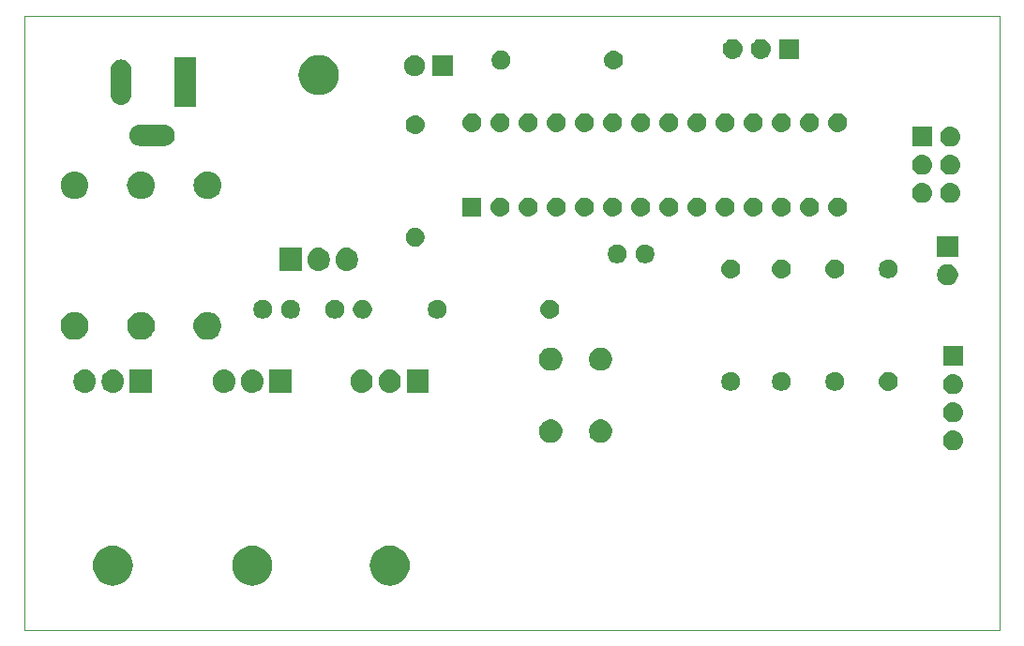
<source format=gbr>
G04 #@! TF.GenerationSoftware,KiCad,Pcbnew,(5.1.2)-2*
G04 #@! TF.CreationDate,2019-07-22T16:52:08+02:00*
G04 #@! TF.ProjectId,IR_RGB_LEDSTRIP_DRIVER,49525f52-4742-45f4-9c45-445354524950,rev?*
G04 #@! TF.SameCoordinates,Original*
G04 #@! TF.FileFunction,Soldermask,Top*
G04 #@! TF.FilePolarity,Negative*
%FSLAX46Y46*%
G04 Gerber Fmt 4.6, Leading zero omitted, Abs format (unit mm)*
G04 Created by KiCad (PCBNEW (5.1.2)-2) date 2019-07-22 16:52:08*
%MOMM*%
%LPD*%
G04 APERTURE LIST*
%ADD10C,0.050000*%
%ADD11C,0.150000*%
G04 APERTURE END LIST*
D10*
X88000000Y-55500000D02*
X88000000Y0D01*
X0Y-55500000D02*
X88000000Y-55500000D01*
X0Y0D02*
X0Y-55500000D01*
X82500000Y0D02*
X88000000Y0D01*
X0Y0D02*
X82500000Y0D01*
D11*
G36*
X8136669Y-47867686D02*
G01*
X8313058Y-47885059D01*
X8652548Y-47988042D01*
X8652550Y-47988043D01*
X8965422Y-48155277D01*
X8965424Y-48155278D01*
X8965423Y-48155278D01*
X9239661Y-48380339D01*
X9464722Y-48654577D01*
X9631958Y-48967452D01*
X9734941Y-49306942D01*
X9769714Y-49660000D01*
X9734941Y-50013058D01*
X9631958Y-50352548D01*
X9631957Y-50352550D01*
X9464723Y-50665422D01*
X9239661Y-50939661D01*
X8965422Y-51164723D01*
X8652550Y-51331957D01*
X8652548Y-51331958D01*
X8313058Y-51434941D01*
X8136669Y-51452314D01*
X8048476Y-51461000D01*
X7871524Y-51461000D01*
X7783331Y-51452314D01*
X7606942Y-51434941D01*
X7267452Y-51331958D01*
X7267450Y-51331957D01*
X6954578Y-51164723D01*
X6680339Y-50939661D01*
X6455277Y-50665422D01*
X6288043Y-50352550D01*
X6288042Y-50352548D01*
X6185059Y-50013058D01*
X6150286Y-49660000D01*
X6185059Y-49306942D01*
X6288042Y-48967452D01*
X6455278Y-48654577D01*
X6680339Y-48380339D01*
X6954577Y-48155278D01*
X6954576Y-48155278D01*
X6954578Y-48155277D01*
X7267450Y-47988043D01*
X7267452Y-47988042D01*
X7606942Y-47885059D01*
X7783331Y-47867686D01*
X7871524Y-47859000D01*
X8048476Y-47859000D01*
X8136669Y-47867686D01*
X8136669Y-47867686D01*
G37*
G36*
X20716669Y-47867686D02*
G01*
X20893058Y-47885059D01*
X21232548Y-47988042D01*
X21232550Y-47988043D01*
X21545422Y-48155277D01*
X21545424Y-48155278D01*
X21545423Y-48155278D01*
X21819661Y-48380339D01*
X22044722Y-48654577D01*
X22211958Y-48967452D01*
X22314941Y-49306942D01*
X22349714Y-49660000D01*
X22314941Y-50013058D01*
X22211958Y-50352548D01*
X22211957Y-50352550D01*
X22044723Y-50665422D01*
X21819661Y-50939661D01*
X21545422Y-51164723D01*
X21232550Y-51331957D01*
X21232548Y-51331958D01*
X20893058Y-51434941D01*
X20716669Y-51452314D01*
X20628476Y-51461000D01*
X20451524Y-51461000D01*
X20363331Y-51452314D01*
X20186942Y-51434941D01*
X19847452Y-51331958D01*
X19847450Y-51331957D01*
X19534578Y-51164723D01*
X19260339Y-50939661D01*
X19035277Y-50665422D01*
X18868043Y-50352550D01*
X18868042Y-50352548D01*
X18765059Y-50013058D01*
X18730286Y-49660000D01*
X18765059Y-49306942D01*
X18868042Y-48967452D01*
X19035278Y-48654577D01*
X19260339Y-48380339D01*
X19534577Y-48155278D01*
X19534576Y-48155278D01*
X19534578Y-48155277D01*
X19847450Y-47988043D01*
X19847452Y-47988042D01*
X20186942Y-47885059D01*
X20363331Y-47867686D01*
X20451524Y-47859000D01*
X20628476Y-47859000D01*
X20716669Y-47867686D01*
X20716669Y-47867686D01*
G37*
G36*
X33136669Y-47867686D02*
G01*
X33313058Y-47885059D01*
X33652548Y-47988042D01*
X33652550Y-47988043D01*
X33965422Y-48155277D01*
X33965424Y-48155278D01*
X33965423Y-48155278D01*
X34239661Y-48380339D01*
X34464722Y-48654577D01*
X34631958Y-48967452D01*
X34734941Y-49306942D01*
X34769714Y-49660000D01*
X34734941Y-50013058D01*
X34631958Y-50352548D01*
X34631957Y-50352550D01*
X34464723Y-50665422D01*
X34239661Y-50939661D01*
X33965422Y-51164723D01*
X33652550Y-51331957D01*
X33652548Y-51331958D01*
X33313058Y-51434941D01*
X33136669Y-51452314D01*
X33048476Y-51461000D01*
X32871524Y-51461000D01*
X32783331Y-51452314D01*
X32606942Y-51434941D01*
X32267452Y-51331958D01*
X32267450Y-51331957D01*
X31954578Y-51164723D01*
X31680339Y-50939661D01*
X31455277Y-50665422D01*
X31288043Y-50352550D01*
X31288042Y-50352548D01*
X31185059Y-50013058D01*
X31150286Y-49660000D01*
X31185059Y-49306942D01*
X31288042Y-48967452D01*
X31455278Y-48654577D01*
X31680339Y-48380339D01*
X31954577Y-48155278D01*
X31954576Y-48155278D01*
X31954578Y-48155277D01*
X32267450Y-47988043D01*
X32267452Y-47988042D01*
X32606942Y-47885059D01*
X32783331Y-47867686D01*
X32871524Y-47859000D01*
X33048476Y-47859000D01*
X33136669Y-47867686D01*
X33136669Y-47867686D01*
G37*
G36*
X83930442Y-37459518D02*
G01*
X83996627Y-37466037D01*
X84166466Y-37517557D01*
X84322991Y-37601222D01*
X84325786Y-37603516D01*
X84460186Y-37713814D01*
X84543448Y-37815271D01*
X84572778Y-37851009D01*
X84656443Y-38007534D01*
X84707963Y-38177373D01*
X84725359Y-38354000D01*
X84707963Y-38530627D01*
X84656443Y-38700466D01*
X84572778Y-38856991D01*
X84543448Y-38892729D01*
X84460186Y-38994186D01*
X84358729Y-39077448D01*
X84322991Y-39106778D01*
X84166466Y-39190443D01*
X83996627Y-39241963D01*
X83930442Y-39248482D01*
X83864260Y-39255000D01*
X83775740Y-39255000D01*
X83709558Y-39248482D01*
X83643373Y-39241963D01*
X83473534Y-39190443D01*
X83317009Y-39106778D01*
X83281271Y-39077448D01*
X83179814Y-38994186D01*
X83096552Y-38892729D01*
X83067222Y-38856991D01*
X82983557Y-38700466D01*
X82932037Y-38530627D01*
X82914641Y-38354000D01*
X82932037Y-38177373D01*
X82983557Y-38007534D01*
X83067222Y-37851009D01*
X83096552Y-37815271D01*
X83179814Y-37713814D01*
X83314214Y-37603516D01*
X83317009Y-37601222D01*
X83473534Y-37517557D01*
X83643373Y-37466037D01*
X83709558Y-37459518D01*
X83775740Y-37453000D01*
X83864260Y-37453000D01*
X83930442Y-37459518D01*
X83930442Y-37459518D01*
G37*
G36*
X52306564Y-36489389D02*
G01*
X52493398Y-36566778D01*
X52497835Y-36568616D01*
X52620296Y-36650442D01*
X52669973Y-36683635D01*
X52816365Y-36830027D01*
X52931385Y-37002167D01*
X53010611Y-37193436D01*
X53051000Y-37396484D01*
X53051000Y-37603516D01*
X53010611Y-37806564D01*
X52992201Y-37851009D01*
X52931384Y-37997835D01*
X52816365Y-38169973D01*
X52669973Y-38316365D01*
X52497835Y-38431384D01*
X52497834Y-38431385D01*
X52497833Y-38431385D01*
X52306564Y-38510611D01*
X52103516Y-38551000D01*
X51896484Y-38551000D01*
X51693436Y-38510611D01*
X51502167Y-38431385D01*
X51502166Y-38431385D01*
X51502165Y-38431384D01*
X51330027Y-38316365D01*
X51183635Y-38169973D01*
X51068616Y-37997835D01*
X51007799Y-37851009D01*
X50989389Y-37806564D01*
X50949000Y-37603516D01*
X50949000Y-37396484D01*
X50989389Y-37193436D01*
X51068615Y-37002167D01*
X51183635Y-36830027D01*
X51330027Y-36683635D01*
X51379704Y-36650442D01*
X51502165Y-36568616D01*
X51506602Y-36566778D01*
X51693436Y-36489389D01*
X51896484Y-36449000D01*
X52103516Y-36449000D01*
X52306564Y-36489389D01*
X52306564Y-36489389D01*
G37*
G36*
X47806564Y-36489389D02*
G01*
X47993398Y-36566778D01*
X47997835Y-36568616D01*
X48120296Y-36650442D01*
X48169973Y-36683635D01*
X48316365Y-36830027D01*
X48431385Y-37002167D01*
X48510611Y-37193436D01*
X48551000Y-37396484D01*
X48551000Y-37603516D01*
X48510611Y-37806564D01*
X48492201Y-37851009D01*
X48431384Y-37997835D01*
X48316365Y-38169973D01*
X48169973Y-38316365D01*
X47997835Y-38431384D01*
X47997834Y-38431385D01*
X47997833Y-38431385D01*
X47806564Y-38510611D01*
X47603516Y-38551000D01*
X47396484Y-38551000D01*
X47193436Y-38510611D01*
X47002167Y-38431385D01*
X47002166Y-38431385D01*
X47002165Y-38431384D01*
X46830027Y-38316365D01*
X46683635Y-38169973D01*
X46568616Y-37997835D01*
X46507799Y-37851009D01*
X46489389Y-37806564D01*
X46449000Y-37603516D01*
X46449000Y-37396484D01*
X46489389Y-37193436D01*
X46568615Y-37002167D01*
X46683635Y-36830027D01*
X46830027Y-36683635D01*
X46879704Y-36650442D01*
X47002165Y-36568616D01*
X47006602Y-36566778D01*
X47193436Y-36489389D01*
X47396484Y-36449000D01*
X47603516Y-36449000D01*
X47806564Y-36489389D01*
X47806564Y-36489389D01*
G37*
G36*
X83930442Y-34919518D02*
G01*
X83996627Y-34926037D01*
X84166466Y-34977557D01*
X84322991Y-35061222D01*
X84358729Y-35090552D01*
X84460186Y-35173814D01*
X84543448Y-35275271D01*
X84572778Y-35311009D01*
X84656443Y-35467534D01*
X84707963Y-35637373D01*
X84725359Y-35814000D01*
X84707963Y-35990627D01*
X84656443Y-36160466D01*
X84572778Y-36316991D01*
X84543448Y-36352729D01*
X84460186Y-36454186D01*
X84358729Y-36537448D01*
X84322991Y-36566778D01*
X84166466Y-36650443D01*
X83996627Y-36701963D01*
X83930443Y-36708481D01*
X83864260Y-36715000D01*
X83775740Y-36715000D01*
X83709557Y-36708481D01*
X83643373Y-36701963D01*
X83473534Y-36650443D01*
X83317009Y-36566778D01*
X83281271Y-36537448D01*
X83179814Y-36454186D01*
X83096552Y-36352729D01*
X83067222Y-36316991D01*
X82983557Y-36160466D01*
X82932037Y-35990627D01*
X82914641Y-35814000D01*
X82932037Y-35637373D01*
X82983557Y-35467534D01*
X83067222Y-35311009D01*
X83096552Y-35275271D01*
X83179814Y-35173814D01*
X83281271Y-35090552D01*
X83317009Y-35061222D01*
X83473534Y-34977557D01*
X83643373Y-34926037D01*
X83709558Y-34919518D01*
X83775740Y-34913000D01*
X83864260Y-34913000D01*
X83930442Y-34919518D01*
X83930442Y-34919518D01*
G37*
G36*
X83930442Y-32379518D02*
G01*
X83996627Y-32386037D01*
X84166466Y-32437557D01*
X84322991Y-32521222D01*
X84351869Y-32544922D01*
X84460186Y-32633814D01*
X84543448Y-32735271D01*
X84572778Y-32771009D01*
X84656443Y-32927534D01*
X84707963Y-33097373D01*
X84725359Y-33274000D01*
X84707963Y-33450627D01*
X84656443Y-33620466D01*
X84572778Y-33776991D01*
X84543448Y-33812729D01*
X84460186Y-33914186D01*
X84381089Y-33979098D01*
X84322991Y-34026778D01*
X84166466Y-34110443D01*
X83996627Y-34161963D01*
X83930442Y-34168482D01*
X83864260Y-34175000D01*
X83775740Y-34175000D01*
X83709558Y-34168482D01*
X83643373Y-34161963D01*
X83473534Y-34110443D01*
X83317009Y-34026778D01*
X83258911Y-33979098D01*
X83179814Y-33914186D01*
X83096552Y-33812729D01*
X83067222Y-33776991D01*
X82983557Y-33620466D01*
X82932037Y-33450627D01*
X82914641Y-33274000D01*
X82932037Y-33097373D01*
X82983557Y-32927534D01*
X83067222Y-32771009D01*
X83096552Y-32735271D01*
X83179814Y-32633814D01*
X83288131Y-32544922D01*
X83317009Y-32521222D01*
X83473534Y-32437557D01*
X83643373Y-32386037D01*
X83709558Y-32379518D01*
X83775740Y-32373000D01*
X83864260Y-32373000D01*
X83930442Y-32379518D01*
X83930442Y-32379518D01*
G37*
G36*
X30616720Y-31963520D02*
G01*
X30805881Y-32020901D01*
X30980212Y-32114083D01*
X31133015Y-32239485D01*
X31258417Y-32392288D01*
X31282614Y-32437558D01*
X31351598Y-32566617D01*
X31351599Y-32566620D01*
X31408980Y-32755781D01*
X31423500Y-32903207D01*
X31423500Y-33096794D01*
X31408980Y-33244220D01*
X31351599Y-33433381D01*
X31258417Y-33607712D01*
X31133015Y-33760515D01*
X30980212Y-33885917D01*
X30927326Y-33914185D01*
X30805883Y-33979098D01*
X30805880Y-33979099D01*
X30616719Y-34036480D01*
X30420000Y-34055855D01*
X30223280Y-34036480D01*
X30034119Y-33979099D01*
X29859788Y-33885917D01*
X29706985Y-33760515D01*
X29581583Y-33607712D01*
X29521378Y-33495076D01*
X29488402Y-33433383D01*
X29485282Y-33423097D01*
X29431020Y-33244219D01*
X29416500Y-33096793D01*
X29416500Y-32903206D01*
X29431020Y-32755780D01*
X29488401Y-32566619D01*
X29581583Y-32392288D01*
X29706985Y-32239485D01*
X29859788Y-32114083D01*
X30034120Y-32020901D01*
X30223281Y-31963520D01*
X30420000Y-31944145D01*
X30616720Y-31963520D01*
X30616720Y-31963520D01*
G37*
G36*
X33156720Y-31963520D02*
G01*
X33345881Y-32020901D01*
X33520212Y-32114083D01*
X33673015Y-32239485D01*
X33798417Y-32392288D01*
X33822614Y-32437558D01*
X33891598Y-32566617D01*
X33891599Y-32566620D01*
X33948980Y-32755781D01*
X33963500Y-32903207D01*
X33963500Y-33096794D01*
X33948980Y-33244220D01*
X33891599Y-33433381D01*
X33798417Y-33607712D01*
X33673015Y-33760515D01*
X33520212Y-33885917D01*
X33467326Y-33914185D01*
X33345883Y-33979098D01*
X33345880Y-33979099D01*
X33156719Y-34036480D01*
X32960000Y-34055855D01*
X32763280Y-34036480D01*
X32574119Y-33979099D01*
X32399788Y-33885917D01*
X32246985Y-33760515D01*
X32121583Y-33607712D01*
X32061378Y-33495076D01*
X32028402Y-33433383D01*
X32025282Y-33423097D01*
X31971020Y-33244219D01*
X31956500Y-33096793D01*
X31956500Y-32903206D01*
X31971020Y-32755780D01*
X32028401Y-32566619D01*
X32121583Y-32392288D01*
X32246985Y-32239485D01*
X32399788Y-32114083D01*
X32574120Y-32020901D01*
X32763281Y-31963520D01*
X32960000Y-31944145D01*
X33156720Y-31963520D01*
X33156720Y-31963520D01*
G37*
G36*
X8156720Y-31963520D02*
G01*
X8345881Y-32020901D01*
X8520212Y-32114083D01*
X8673015Y-32239485D01*
X8798417Y-32392288D01*
X8822614Y-32437558D01*
X8891598Y-32566617D01*
X8891599Y-32566620D01*
X8948980Y-32755781D01*
X8963500Y-32903207D01*
X8963500Y-33096794D01*
X8948980Y-33244220D01*
X8891599Y-33433381D01*
X8798417Y-33607712D01*
X8673015Y-33760515D01*
X8520212Y-33885917D01*
X8467326Y-33914185D01*
X8345883Y-33979098D01*
X8345880Y-33979099D01*
X8156719Y-34036480D01*
X7960000Y-34055855D01*
X7763280Y-34036480D01*
X7574119Y-33979099D01*
X7399788Y-33885917D01*
X7246985Y-33760515D01*
X7121583Y-33607712D01*
X7061378Y-33495076D01*
X7028402Y-33433383D01*
X7025282Y-33423097D01*
X6971020Y-33244219D01*
X6956500Y-33096793D01*
X6956500Y-32903206D01*
X6971020Y-32755780D01*
X7028401Y-32566619D01*
X7121583Y-32392288D01*
X7246985Y-32239485D01*
X7399788Y-32114083D01*
X7574120Y-32020901D01*
X7763281Y-31963520D01*
X7960000Y-31944145D01*
X8156720Y-31963520D01*
X8156720Y-31963520D01*
G37*
G36*
X5616720Y-31963520D02*
G01*
X5805881Y-32020901D01*
X5980212Y-32114083D01*
X6133015Y-32239485D01*
X6258417Y-32392288D01*
X6282614Y-32437558D01*
X6351598Y-32566617D01*
X6351599Y-32566620D01*
X6408980Y-32755781D01*
X6423500Y-32903207D01*
X6423500Y-33096794D01*
X6408980Y-33244220D01*
X6351599Y-33433381D01*
X6258417Y-33607712D01*
X6133015Y-33760515D01*
X5980212Y-33885917D01*
X5927326Y-33914185D01*
X5805883Y-33979098D01*
X5805880Y-33979099D01*
X5616719Y-34036480D01*
X5420000Y-34055855D01*
X5223280Y-34036480D01*
X5034119Y-33979099D01*
X4859788Y-33885917D01*
X4706985Y-33760515D01*
X4581583Y-33607712D01*
X4521378Y-33495076D01*
X4488402Y-33433383D01*
X4485282Y-33423097D01*
X4431020Y-33244219D01*
X4416500Y-33096793D01*
X4416500Y-32903206D01*
X4431020Y-32755780D01*
X4488401Y-32566619D01*
X4581583Y-32392288D01*
X4706985Y-32239485D01*
X4859788Y-32114083D01*
X5034120Y-32020901D01*
X5223281Y-31963520D01*
X5420000Y-31944145D01*
X5616720Y-31963520D01*
X5616720Y-31963520D01*
G37*
G36*
X20736720Y-31963520D02*
G01*
X20925881Y-32020901D01*
X21100212Y-32114083D01*
X21253015Y-32239485D01*
X21378417Y-32392288D01*
X21402614Y-32437558D01*
X21471598Y-32566617D01*
X21471599Y-32566620D01*
X21528980Y-32755781D01*
X21543500Y-32903207D01*
X21543500Y-33096794D01*
X21528980Y-33244220D01*
X21471599Y-33433381D01*
X21378417Y-33607712D01*
X21253015Y-33760515D01*
X21100212Y-33885917D01*
X21047326Y-33914185D01*
X20925883Y-33979098D01*
X20925880Y-33979099D01*
X20736719Y-34036480D01*
X20540000Y-34055855D01*
X20343280Y-34036480D01*
X20154119Y-33979099D01*
X19979788Y-33885917D01*
X19826985Y-33760515D01*
X19701583Y-33607712D01*
X19641378Y-33495076D01*
X19608402Y-33433383D01*
X19605282Y-33423097D01*
X19551020Y-33244219D01*
X19536500Y-33096793D01*
X19536500Y-32903206D01*
X19551020Y-32755780D01*
X19608401Y-32566619D01*
X19701583Y-32392288D01*
X19826985Y-32239485D01*
X19979788Y-32114083D01*
X20154120Y-32020901D01*
X20343281Y-31963520D01*
X20540000Y-31944145D01*
X20736720Y-31963520D01*
X20736720Y-31963520D01*
G37*
G36*
X18196720Y-31963520D02*
G01*
X18385881Y-32020901D01*
X18560212Y-32114083D01*
X18713015Y-32239485D01*
X18838417Y-32392288D01*
X18862614Y-32437558D01*
X18931598Y-32566617D01*
X18931599Y-32566620D01*
X18988980Y-32755781D01*
X19003500Y-32903207D01*
X19003500Y-33096794D01*
X18988980Y-33244220D01*
X18931599Y-33433381D01*
X18838417Y-33607712D01*
X18713015Y-33760515D01*
X18560212Y-33885917D01*
X18507326Y-33914185D01*
X18385883Y-33979098D01*
X18385880Y-33979099D01*
X18196719Y-34036480D01*
X18000000Y-34055855D01*
X17803280Y-34036480D01*
X17614119Y-33979099D01*
X17439788Y-33885917D01*
X17286985Y-33760515D01*
X17161583Y-33607712D01*
X17101378Y-33495076D01*
X17068402Y-33433383D01*
X17065282Y-33423097D01*
X17011020Y-33244219D01*
X16996500Y-33096793D01*
X16996500Y-32903206D01*
X17011020Y-32755780D01*
X17068401Y-32566619D01*
X17161583Y-32392288D01*
X17286985Y-32239485D01*
X17439788Y-32114083D01*
X17614120Y-32020901D01*
X17803281Y-31963520D01*
X18000000Y-31944145D01*
X18196720Y-31963520D01*
X18196720Y-31963520D01*
G37*
G36*
X36503500Y-34051000D02*
G01*
X34496500Y-34051000D01*
X34496500Y-31949000D01*
X36503500Y-31949000D01*
X36503500Y-34051000D01*
X36503500Y-34051000D01*
G37*
G36*
X11503500Y-34051000D02*
G01*
X9496500Y-34051000D01*
X9496500Y-31949000D01*
X11503500Y-31949000D01*
X11503500Y-34051000D01*
X11503500Y-34051000D01*
G37*
G36*
X24083500Y-34051000D02*
G01*
X22076500Y-34051000D01*
X22076500Y-31949000D01*
X24083500Y-31949000D01*
X24083500Y-34051000D01*
X24083500Y-34051000D01*
G37*
G36*
X78144823Y-32181313D02*
G01*
X78305242Y-32229976D01*
X78372361Y-32265852D01*
X78453078Y-32308996D01*
X78582659Y-32415341D01*
X78689004Y-32544922D01*
X78689005Y-32544924D01*
X78768024Y-32692758D01*
X78816687Y-32853177D01*
X78833117Y-33020000D01*
X78816687Y-33186823D01*
X78768024Y-33347242D01*
X78697114Y-33479906D01*
X78689004Y-33495078D01*
X78582659Y-33624659D01*
X78453078Y-33731004D01*
X78453076Y-33731005D01*
X78305242Y-33810024D01*
X78144823Y-33858687D01*
X78019804Y-33871000D01*
X77936196Y-33871000D01*
X77811177Y-33858687D01*
X77650758Y-33810024D01*
X77502924Y-33731005D01*
X77502922Y-33731004D01*
X77373341Y-33624659D01*
X77266996Y-33495078D01*
X77258886Y-33479906D01*
X77187976Y-33347242D01*
X77139313Y-33186823D01*
X77122883Y-33020000D01*
X77139313Y-32853177D01*
X77187976Y-32692758D01*
X77266995Y-32544924D01*
X77266996Y-32544922D01*
X77373341Y-32415341D01*
X77502922Y-32308996D01*
X77583639Y-32265852D01*
X77650758Y-32229976D01*
X77811177Y-32181313D01*
X77936196Y-32169000D01*
X78019804Y-32169000D01*
X78144823Y-32181313D01*
X78144823Y-32181313D01*
G37*
G36*
X73400228Y-32201703D02*
G01*
X73555100Y-32265853D01*
X73694481Y-32358985D01*
X73813015Y-32477519D01*
X73906147Y-32616900D01*
X73970297Y-32771772D01*
X74003000Y-32936184D01*
X74003000Y-33103816D01*
X73970297Y-33268228D01*
X73906147Y-33423100D01*
X73813015Y-33562481D01*
X73694481Y-33681015D01*
X73555100Y-33774147D01*
X73400228Y-33838297D01*
X73235816Y-33871000D01*
X73068184Y-33871000D01*
X72903772Y-33838297D01*
X72748900Y-33774147D01*
X72609519Y-33681015D01*
X72490985Y-33562481D01*
X72397853Y-33423100D01*
X72333703Y-33268228D01*
X72301000Y-33103816D01*
X72301000Y-32936184D01*
X72333703Y-32771772D01*
X72397853Y-32616900D01*
X72490985Y-32477519D01*
X72609519Y-32358985D01*
X72748900Y-32265853D01*
X72903772Y-32201703D01*
X73068184Y-32169000D01*
X73235816Y-32169000D01*
X73400228Y-32201703D01*
X73400228Y-32201703D01*
G37*
G36*
X68574228Y-32201703D02*
G01*
X68729100Y-32265853D01*
X68868481Y-32358985D01*
X68987015Y-32477519D01*
X69080147Y-32616900D01*
X69144297Y-32771772D01*
X69177000Y-32936184D01*
X69177000Y-33103816D01*
X69144297Y-33268228D01*
X69080147Y-33423100D01*
X68987015Y-33562481D01*
X68868481Y-33681015D01*
X68729100Y-33774147D01*
X68574228Y-33838297D01*
X68409816Y-33871000D01*
X68242184Y-33871000D01*
X68077772Y-33838297D01*
X67922900Y-33774147D01*
X67783519Y-33681015D01*
X67664985Y-33562481D01*
X67571853Y-33423100D01*
X67507703Y-33268228D01*
X67475000Y-33103816D01*
X67475000Y-32936184D01*
X67507703Y-32771772D01*
X67571853Y-32616900D01*
X67664985Y-32477519D01*
X67783519Y-32358985D01*
X67922900Y-32265853D01*
X68077772Y-32201703D01*
X68242184Y-32169000D01*
X68409816Y-32169000D01*
X68574228Y-32201703D01*
X68574228Y-32201703D01*
G37*
G36*
X64002228Y-32201703D02*
G01*
X64157100Y-32265853D01*
X64296481Y-32358985D01*
X64415015Y-32477519D01*
X64508147Y-32616900D01*
X64572297Y-32771772D01*
X64605000Y-32936184D01*
X64605000Y-33103816D01*
X64572297Y-33268228D01*
X64508147Y-33423100D01*
X64415015Y-33562481D01*
X64296481Y-33681015D01*
X64157100Y-33774147D01*
X64002228Y-33838297D01*
X63837816Y-33871000D01*
X63670184Y-33871000D01*
X63505772Y-33838297D01*
X63350900Y-33774147D01*
X63211519Y-33681015D01*
X63092985Y-33562481D01*
X62999853Y-33423100D01*
X62935703Y-33268228D01*
X62903000Y-33103816D01*
X62903000Y-32936184D01*
X62935703Y-32771772D01*
X62999853Y-32616900D01*
X63092985Y-32477519D01*
X63211519Y-32358985D01*
X63350900Y-32265853D01*
X63505772Y-32201703D01*
X63670184Y-32169000D01*
X63837816Y-32169000D01*
X64002228Y-32201703D01*
X64002228Y-32201703D01*
G37*
G36*
X47806564Y-29989389D02*
G01*
X47997833Y-30068615D01*
X47997835Y-30068616D01*
X48169973Y-30183635D01*
X48316365Y-30330027D01*
X48431385Y-30502167D01*
X48510611Y-30693436D01*
X48551000Y-30896484D01*
X48551000Y-31103516D01*
X48510611Y-31306564D01*
X48431385Y-31497833D01*
X48431384Y-31497835D01*
X48316365Y-31669973D01*
X48169973Y-31816365D01*
X47997835Y-31931384D01*
X47997834Y-31931385D01*
X47997833Y-31931385D01*
X47806564Y-32010611D01*
X47603516Y-32051000D01*
X47396484Y-32051000D01*
X47193436Y-32010611D01*
X47002167Y-31931385D01*
X47002166Y-31931385D01*
X47002165Y-31931384D01*
X46830027Y-31816365D01*
X46683635Y-31669973D01*
X46568616Y-31497835D01*
X46568615Y-31497833D01*
X46489389Y-31306564D01*
X46449000Y-31103516D01*
X46449000Y-30896484D01*
X46489389Y-30693436D01*
X46568615Y-30502167D01*
X46683635Y-30330027D01*
X46830027Y-30183635D01*
X47002165Y-30068616D01*
X47002167Y-30068615D01*
X47193436Y-29989389D01*
X47396484Y-29949000D01*
X47603516Y-29949000D01*
X47806564Y-29989389D01*
X47806564Y-29989389D01*
G37*
G36*
X52306564Y-29989389D02*
G01*
X52497833Y-30068615D01*
X52497835Y-30068616D01*
X52669973Y-30183635D01*
X52816365Y-30330027D01*
X52931385Y-30502167D01*
X53010611Y-30693436D01*
X53051000Y-30896484D01*
X53051000Y-31103516D01*
X53010611Y-31306564D01*
X52931385Y-31497833D01*
X52931384Y-31497835D01*
X52816365Y-31669973D01*
X52669973Y-31816365D01*
X52497835Y-31931384D01*
X52497834Y-31931385D01*
X52497833Y-31931385D01*
X52306564Y-32010611D01*
X52103516Y-32051000D01*
X51896484Y-32051000D01*
X51693436Y-32010611D01*
X51502167Y-31931385D01*
X51502166Y-31931385D01*
X51502165Y-31931384D01*
X51330027Y-31816365D01*
X51183635Y-31669973D01*
X51068616Y-31497835D01*
X51068615Y-31497833D01*
X50989389Y-31306564D01*
X50949000Y-31103516D01*
X50949000Y-30896484D01*
X50989389Y-30693436D01*
X51068615Y-30502167D01*
X51183635Y-30330027D01*
X51330027Y-30183635D01*
X51502165Y-30068616D01*
X51502167Y-30068615D01*
X51693436Y-29989389D01*
X51896484Y-29949000D01*
X52103516Y-29949000D01*
X52306564Y-29989389D01*
X52306564Y-29989389D01*
G37*
G36*
X84721000Y-31635000D02*
G01*
X82919000Y-31635000D01*
X82919000Y-29833000D01*
X84721000Y-29833000D01*
X84721000Y-31635000D01*
X84721000Y-31635000D01*
G37*
G36*
X16864903Y-26797075D02*
G01*
X16937726Y-26827239D01*
X17092571Y-26891378D01*
X17297466Y-27028285D01*
X17471715Y-27202534D01*
X17608622Y-27407429D01*
X17702925Y-27635097D01*
X17751000Y-27876787D01*
X17751000Y-28123213D01*
X17702925Y-28364903D01*
X17608622Y-28592571D01*
X17471715Y-28797466D01*
X17297466Y-28971715D01*
X17092571Y-29108622D01*
X17092570Y-29108623D01*
X17092569Y-29108623D01*
X16864903Y-29202925D01*
X16623214Y-29251000D01*
X16376786Y-29251000D01*
X16135097Y-29202925D01*
X15907431Y-29108623D01*
X15907430Y-29108623D01*
X15907429Y-29108622D01*
X15702534Y-28971715D01*
X15528285Y-28797466D01*
X15391378Y-28592571D01*
X15297075Y-28364903D01*
X15249000Y-28123213D01*
X15249000Y-27876787D01*
X15297075Y-27635097D01*
X15391378Y-27407429D01*
X15528285Y-27202534D01*
X15702534Y-27028285D01*
X15907429Y-26891378D01*
X16062275Y-26827239D01*
X16135097Y-26797075D01*
X16376786Y-26749000D01*
X16623214Y-26749000D01*
X16864903Y-26797075D01*
X16864903Y-26797075D01*
G37*
G36*
X4864903Y-26797075D02*
G01*
X4937726Y-26827239D01*
X5092571Y-26891378D01*
X5297466Y-27028285D01*
X5471715Y-27202534D01*
X5608622Y-27407429D01*
X5702925Y-27635097D01*
X5751000Y-27876787D01*
X5751000Y-28123213D01*
X5702925Y-28364903D01*
X5608622Y-28592571D01*
X5471715Y-28797466D01*
X5297466Y-28971715D01*
X5092571Y-29108622D01*
X5092570Y-29108623D01*
X5092569Y-29108623D01*
X4864903Y-29202925D01*
X4623214Y-29251000D01*
X4376786Y-29251000D01*
X4135097Y-29202925D01*
X3907431Y-29108623D01*
X3907430Y-29108623D01*
X3907429Y-29108622D01*
X3702534Y-28971715D01*
X3528285Y-28797466D01*
X3391378Y-28592571D01*
X3297075Y-28364903D01*
X3249000Y-28123213D01*
X3249000Y-27876787D01*
X3297075Y-27635097D01*
X3391378Y-27407429D01*
X3528285Y-27202534D01*
X3702534Y-27028285D01*
X3907429Y-26891378D01*
X4062275Y-26827239D01*
X4135097Y-26797075D01*
X4376786Y-26749000D01*
X4623214Y-26749000D01*
X4864903Y-26797075D01*
X4864903Y-26797075D01*
G37*
G36*
X10864903Y-26797075D02*
G01*
X10937726Y-26827239D01*
X11092571Y-26891378D01*
X11297466Y-27028285D01*
X11471715Y-27202534D01*
X11608622Y-27407429D01*
X11702925Y-27635097D01*
X11751000Y-27876787D01*
X11751000Y-28123213D01*
X11702925Y-28364903D01*
X11608622Y-28592571D01*
X11471715Y-28797466D01*
X11297466Y-28971715D01*
X11092571Y-29108622D01*
X11092570Y-29108623D01*
X11092569Y-29108623D01*
X10864903Y-29202925D01*
X10623214Y-29251000D01*
X10376786Y-29251000D01*
X10135097Y-29202925D01*
X9907431Y-29108623D01*
X9907430Y-29108623D01*
X9907429Y-29108622D01*
X9702534Y-28971715D01*
X9528285Y-28797466D01*
X9391378Y-28592571D01*
X9297075Y-28364903D01*
X9249000Y-28123213D01*
X9249000Y-27876787D01*
X9297075Y-27635097D01*
X9391378Y-27407429D01*
X9528285Y-27202534D01*
X9702534Y-27028285D01*
X9907429Y-26891378D01*
X10062275Y-26827239D01*
X10135097Y-26797075D01*
X10376786Y-26749000D01*
X10623214Y-26749000D01*
X10864903Y-26797075D01*
X10864903Y-26797075D01*
G37*
G36*
X24248228Y-25681703D02*
G01*
X24403100Y-25745853D01*
X24542481Y-25838985D01*
X24661015Y-25957519D01*
X24754147Y-26096900D01*
X24818297Y-26251772D01*
X24851000Y-26416184D01*
X24851000Y-26583816D01*
X24818297Y-26748228D01*
X24754147Y-26903100D01*
X24661015Y-27042481D01*
X24542481Y-27161015D01*
X24403100Y-27254147D01*
X24248228Y-27318297D01*
X24083816Y-27351000D01*
X23916184Y-27351000D01*
X23751772Y-27318297D01*
X23596900Y-27254147D01*
X23457519Y-27161015D01*
X23338985Y-27042481D01*
X23245853Y-26903100D01*
X23181703Y-26748228D01*
X23149000Y-26583816D01*
X23149000Y-26416184D01*
X23181703Y-26251772D01*
X23245853Y-26096900D01*
X23338985Y-25957519D01*
X23457519Y-25838985D01*
X23596900Y-25745853D01*
X23751772Y-25681703D01*
X23916184Y-25649000D01*
X24083816Y-25649000D01*
X24248228Y-25681703D01*
X24248228Y-25681703D01*
G37*
G36*
X21748228Y-25681703D02*
G01*
X21903100Y-25745853D01*
X22042481Y-25838985D01*
X22161015Y-25957519D01*
X22254147Y-26096900D01*
X22318297Y-26251772D01*
X22351000Y-26416184D01*
X22351000Y-26583816D01*
X22318297Y-26748228D01*
X22254147Y-26903100D01*
X22161015Y-27042481D01*
X22042481Y-27161015D01*
X21903100Y-27254147D01*
X21748228Y-27318297D01*
X21583816Y-27351000D01*
X21416184Y-27351000D01*
X21251772Y-27318297D01*
X21096900Y-27254147D01*
X20957519Y-27161015D01*
X20838985Y-27042481D01*
X20745853Y-26903100D01*
X20681703Y-26748228D01*
X20649000Y-26583816D01*
X20649000Y-26416184D01*
X20681703Y-26251772D01*
X20745853Y-26096900D01*
X20838985Y-25957519D01*
X20957519Y-25838985D01*
X21096900Y-25745853D01*
X21251772Y-25681703D01*
X21416184Y-25649000D01*
X21583816Y-25649000D01*
X21748228Y-25681703D01*
X21748228Y-25681703D01*
G37*
G36*
X30748228Y-25681703D02*
G01*
X30903100Y-25745853D01*
X31042481Y-25838985D01*
X31161015Y-25957519D01*
X31254147Y-26096900D01*
X31318297Y-26251772D01*
X31351000Y-26416184D01*
X31351000Y-26583816D01*
X31318297Y-26748228D01*
X31254147Y-26903100D01*
X31161015Y-27042481D01*
X31042481Y-27161015D01*
X30903100Y-27254147D01*
X30748228Y-27318297D01*
X30583816Y-27351000D01*
X30416184Y-27351000D01*
X30251772Y-27318297D01*
X30096900Y-27254147D01*
X29957519Y-27161015D01*
X29838985Y-27042481D01*
X29745853Y-26903100D01*
X29681703Y-26748228D01*
X29649000Y-26583816D01*
X29649000Y-26416184D01*
X29681703Y-26251772D01*
X29745853Y-26096900D01*
X29838985Y-25957519D01*
X29957519Y-25838985D01*
X30096900Y-25745853D01*
X30251772Y-25681703D01*
X30416184Y-25649000D01*
X30583816Y-25649000D01*
X30748228Y-25681703D01*
X30748228Y-25681703D01*
G37*
G36*
X28248228Y-25681703D02*
G01*
X28403100Y-25745853D01*
X28542481Y-25838985D01*
X28661015Y-25957519D01*
X28754147Y-26096900D01*
X28818297Y-26251772D01*
X28851000Y-26416184D01*
X28851000Y-26583816D01*
X28818297Y-26748228D01*
X28754147Y-26903100D01*
X28661015Y-27042481D01*
X28542481Y-27161015D01*
X28403100Y-27254147D01*
X28248228Y-27318297D01*
X28083816Y-27351000D01*
X27916184Y-27351000D01*
X27751772Y-27318297D01*
X27596900Y-27254147D01*
X27457519Y-27161015D01*
X27338985Y-27042481D01*
X27245853Y-26903100D01*
X27181703Y-26748228D01*
X27149000Y-26583816D01*
X27149000Y-26416184D01*
X27181703Y-26251772D01*
X27245853Y-26096900D01*
X27338985Y-25957519D01*
X27457519Y-25838985D01*
X27596900Y-25745853D01*
X27751772Y-25681703D01*
X27916184Y-25649000D01*
X28083816Y-25649000D01*
X28248228Y-25681703D01*
X28248228Y-25681703D01*
G37*
G36*
X37498228Y-25681703D02*
G01*
X37653100Y-25745853D01*
X37792481Y-25838985D01*
X37911015Y-25957519D01*
X38004147Y-26096900D01*
X38068297Y-26251772D01*
X38101000Y-26416184D01*
X38101000Y-26583816D01*
X38068297Y-26748228D01*
X38004147Y-26903100D01*
X37911015Y-27042481D01*
X37792481Y-27161015D01*
X37653100Y-27254147D01*
X37498228Y-27318297D01*
X37333816Y-27351000D01*
X37166184Y-27351000D01*
X37001772Y-27318297D01*
X36846900Y-27254147D01*
X36707519Y-27161015D01*
X36588985Y-27042481D01*
X36495853Y-26903100D01*
X36431703Y-26748228D01*
X36399000Y-26583816D01*
X36399000Y-26416184D01*
X36431703Y-26251772D01*
X36495853Y-26096900D01*
X36588985Y-25957519D01*
X36707519Y-25838985D01*
X36846900Y-25745853D01*
X37001772Y-25681703D01*
X37166184Y-25649000D01*
X37333816Y-25649000D01*
X37498228Y-25681703D01*
X37498228Y-25681703D01*
G37*
G36*
X47576823Y-25661313D02*
G01*
X47737242Y-25709976D01*
X47804361Y-25745852D01*
X47885078Y-25788996D01*
X48014659Y-25895341D01*
X48121004Y-26024922D01*
X48121005Y-26024924D01*
X48200024Y-26172758D01*
X48248687Y-26333177D01*
X48265117Y-26500000D01*
X48248687Y-26666823D01*
X48200024Y-26827242D01*
X48159477Y-26903100D01*
X48121004Y-26975078D01*
X48014659Y-27104659D01*
X47885078Y-27211004D01*
X47885076Y-27211005D01*
X47737242Y-27290024D01*
X47576823Y-27338687D01*
X47451804Y-27351000D01*
X47368196Y-27351000D01*
X47243177Y-27338687D01*
X47082758Y-27290024D01*
X46934924Y-27211005D01*
X46934922Y-27211004D01*
X46805341Y-27104659D01*
X46698996Y-26975078D01*
X46660523Y-26903100D01*
X46619976Y-26827242D01*
X46571313Y-26666823D01*
X46554883Y-26500000D01*
X46571313Y-26333177D01*
X46619976Y-26172758D01*
X46698995Y-26024924D01*
X46698996Y-26024922D01*
X46805341Y-25895341D01*
X46934922Y-25788996D01*
X47015639Y-25745852D01*
X47082758Y-25709976D01*
X47243177Y-25661313D01*
X47368196Y-25649000D01*
X47451804Y-25649000D01*
X47576823Y-25661313D01*
X47576823Y-25661313D01*
G37*
G36*
X83589395Y-22453546D02*
G01*
X83762466Y-22525234D01*
X83762467Y-22525235D01*
X83918227Y-22629310D01*
X84050690Y-22761773D01*
X84103081Y-22840182D01*
X84154766Y-22917534D01*
X84226454Y-23090605D01*
X84263000Y-23274333D01*
X84263000Y-23461667D01*
X84226454Y-23645395D01*
X84154766Y-23818466D01*
X84154765Y-23818467D01*
X84050690Y-23974227D01*
X83918227Y-24106690D01*
X83839818Y-24159081D01*
X83762466Y-24210766D01*
X83589395Y-24282454D01*
X83405667Y-24319000D01*
X83218333Y-24319000D01*
X83034605Y-24282454D01*
X82861534Y-24210766D01*
X82784182Y-24159081D01*
X82705773Y-24106690D01*
X82573310Y-23974227D01*
X82469235Y-23818467D01*
X82469234Y-23818466D01*
X82397546Y-23645395D01*
X82361000Y-23461667D01*
X82361000Y-23274333D01*
X82397546Y-23090605D01*
X82469234Y-22917534D01*
X82520919Y-22840182D01*
X82573310Y-22761773D01*
X82705773Y-22629310D01*
X82861533Y-22525235D01*
X82861534Y-22525234D01*
X83034605Y-22453546D01*
X83218333Y-22417000D01*
X83405667Y-22417000D01*
X83589395Y-22453546D01*
X83589395Y-22453546D01*
G37*
G36*
X63920823Y-22021313D02*
G01*
X64081242Y-22069976D01*
X64148361Y-22105852D01*
X64229078Y-22148996D01*
X64358659Y-22255341D01*
X64465004Y-22384922D01*
X64465005Y-22384924D01*
X64544024Y-22532758D01*
X64592687Y-22693177D01*
X64609117Y-22860000D01*
X64592687Y-23026823D01*
X64544024Y-23187242D01*
X64503477Y-23263100D01*
X64465004Y-23335078D01*
X64358659Y-23464659D01*
X64229078Y-23571004D01*
X64229076Y-23571005D01*
X64081242Y-23650024D01*
X63920823Y-23698687D01*
X63795804Y-23711000D01*
X63712196Y-23711000D01*
X63587177Y-23698687D01*
X63426758Y-23650024D01*
X63278924Y-23571005D01*
X63278922Y-23571004D01*
X63149341Y-23464659D01*
X63042996Y-23335078D01*
X63004523Y-23263100D01*
X62963976Y-23187242D01*
X62915313Y-23026823D01*
X62898883Y-22860000D01*
X62915313Y-22693177D01*
X62963976Y-22532758D01*
X63042995Y-22384924D01*
X63042996Y-22384922D01*
X63149341Y-22255341D01*
X63278922Y-22148996D01*
X63359639Y-22105852D01*
X63426758Y-22069976D01*
X63587177Y-22021313D01*
X63712196Y-22009000D01*
X63795804Y-22009000D01*
X63920823Y-22021313D01*
X63920823Y-22021313D01*
G37*
G36*
X78226228Y-22041703D02*
G01*
X78381100Y-22105853D01*
X78520481Y-22198985D01*
X78639015Y-22317519D01*
X78732147Y-22456900D01*
X78796297Y-22611772D01*
X78829000Y-22776184D01*
X78829000Y-22943816D01*
X78796297Y-23108228D01*
X78732147Y-23263100D01*
X78639015Y-23402481D01*
X78520481Y-23521015D01*
X78381100Y-23614147D01*
X78226228Y-23678297D01*
X78061816Y-23711000D01*
X77894184Y-23711000D01*
X77729772Y-23678297D01*
X77574900Y-23614147D01*
X77435519Y-23521015D01*
X77316985Y-23402481D01*
X77223853Y-23263100D01*
X77159703Y-23108228D01*
X77127000Y-22943816D01*
X77127000Y-22776184D01*
X77159703Y-22611772D01*
X77223853Y-22456900D01*
X77316985Y-22317519D01*
X77435519Y-22198985D01*
X77574900Y-22105853D01*
X77729772Y-22041703D01*
X77894184Y-22009000D01*
X78061816Y-22009000D01*
X78226228Y-22041703D01*
X78226228Y-22041703D01*
G37*
G36*
X68492823Y-22021313D02*
G01*
X68653242Y-22069976D01*
X68720361Y-22105852D01*
X68801078Y-22148996D01*
X68930659Y-22255341D01*
X69037004Y-22384922D01*
X69037005Y-22384924D01*
X69116024Y-22532758D01*
X69164687Y-22693177D01*
X69181117Y-22860000D01*
X69164687Y-23026823D01*
X69116024Y-23187242D01*
X69075477Y-23263100D01*
X69037004Y-23335078D01*
X68930659Y-23464659D01*
X68801078Y-23571004D01*
X68801076Y-23571005D01*
X68653242Y-23650024D01*
X68492823Y-23698687D01*
X68367804Y-23711000D01*
X68284196Y-23711000D01*
X68159177Y-23698687D01*
X67998758Y-23650024D01*
X67850924Y-23571005D01*
X67850922Y-23571004D01*
X67721341Y-23464659D01*
X67614996Y-23335078D01*
X67576523Y-23263100D01*
X67535976Y-23187242D01*
X67487313Y-23026823D01*
X67470883Y-22860000D01*
X67487313Y-22693177D01*
X67535976Y-22532758D01*
X67614995Y-22384924D01*
X67614996Y-22384922D01*
X67721341Y-22255341D01*
X67850922Y-22148996D01*
X67931639Y-22105852D01*
X67998758Y-22069976D01*
X68159177Y-22021313D01*
X68284196Y-22009000D01*
X68367804Y-22009000D01*
X68492823Y-22021313D01*
X68492823Y-22021313D01*
G37*
G36*
X73318823Y-22021313D02*
G01*
X73479242Y-22069976D01*
X73546361Y-22105852D01*
X73627078Y-22148996D01*
X73756659Y-22255341D01*
X73863004Y-22384922D01*
X73863005Y-22384924D01*
X73942024Y-22532758D01*
X73990687Y-22693177D01*
X74007117Y-22860000D01*
X73990687Y-23026823D01*
X73942024Y-23187242D01*
X73901477Y-23263100D01*
X73863004Y-23335078D01*
X73756659Y-23464659D01*
X73627078Y-23571004D01*
X73627076Y-23571005D01*
X73479242Y-23650024D01*
X73318823Y-23698687D01*
X73193804Y-23711000D01*
X73110196Y-23711000D01*
X72985177Y-23698687D01*
X72824758Y-23650024D01*
X72676924Y-23571005D01*
X72676922Y-23571004D01*
X72547341Y-23464659D01*
X72440996Y-23335078D01*
X72402523Y-23263100D01*
X72361976Y-23187242D01*
X72313313Y-23026823D01*
X72296883Y-22860000D01*
X72313313Y-22693177D01*
X72361976Y-22532758D01*
X72440995Y-22384924D01*
X72440996Y-22384922D01*
X72547341Y-22255341D01*
X72676922Y-22148996D01*
X72757639Y-22105852D01*
X72824758Y-22069976D01*
X72985177Y-22021313D01*
X73110196Y-22009000D01*
X73193804Y-22009000D01*
X73318823Y-22021313D01*
X73318823Y-22021313D01*
G37*
G36*
X26736719Y-20963520D02*
G01*
X26925880Y-21020901D01*
X26925883Y-21020902D01*
X27018333Y-21070318D01*
X27100212Y-21114083D01*
X27253015Y-21239485D01*
X27378417Y-21392288D01*
X27471599Y-21566619D01*
X27528980Y-21755780D01*
X27543500Y-21903206D01*
X27543500Y-22096793D01*
X27528980Y-22244219D01*
X27486298Y-22384922D01*
X27471598Y-22433383D01*
X27459026Y-22456903D01*
X27378417Y-22607712D01*
X27253015Y-22760515D01*
X27100212Y-22885917D01*
X26925881Y-22979099D01*
X26736720Y-23036480D01*
X26540000Y-23055855D01*
X26343281Y-23036480D01*
X26154120Y-22979099D01*
X25979788Y-22885917D01*
X25826985Y-22760515D01*
X25701583Y-22607712D01*
X25608401Y-22433381D01*
X25551020Y-22244220D01*
X25536500Y-22096794D01*
X25536500Y-21903207D01*
X25536511Y-21903100D01*
X25551020Y-21755783D01*
X25551020Y-21755781D01*
X25608401Y-21566620D01*
X25608402Y-21566617D01*
X25688810Y-21416185D01*
X25701583Y-21392288D01*
X25826985Y-21239485D01*
X25979788Y-21114083D01*
X26154119Y-21020901D01*
X26343280Y-20963520D01*
X26540000Y-20944145D01*
X26736719Y-20963520D01*
X26736719Y-20963520D01*
G37*
G36*
X29276719Y-20963520D02*
G01*
X29465880Y-21020901D01*
X29465883Y-21020902D01*
X29558333Y-21070318D01*
X29640212Y-21114083D01*
X29793015Y-21239485D01*
X29918417Y-21392288D01*
X30011599Y-21566619D01*
X30068980Y-21755780D01*
X30083500Y-21903206D01*
X30083500Y-22096793D01*
X30068980Y-22244219D01*
X30026298Y-22384922D01*
X30011598Y-22433383D01*
X29999026Y-22456903D01*
X29918417Y-22607712D01*
X29793015Y-22760515D01*
X29640212Y-22885917D01*
X29465881Y-22979099D01*
X29276720Y-23036480D01*
X29080000Y-23055855D01*
X28883281Y-23036480D01*
X28694120Y-22979099D01*
X28519788Y-22885917D01*
X28366985Y-22760515D01*
X28241583Y-22607712D01*
X28148401Y-22433381D01*
X28091020Y-22244220D01*
X28076500Y-22096794D01*
X28076500Y-21903207D01*
X28076511Y-21903100D01*
X28091020Y-21755783D01*
X28091020Y-21755781D01*
X28148401Y-21566620D01*
X28148402Y-21566617D01*
X28228810Y-21416185D01*
X28241583Y-21392288D01*
X28366985Y-21239485D01*
X28519788Y-21114083D01*
X28694119Y-21020901D01*
X28883280Y-20963520D01*
X29080000Y-20944145D01*
X29276719Y-20963520D01*
X29276719Y-20963520D01*
G37*
G36*
X25003500Y-23051000D02*
G01*
X22996500Y-23051000D01*
X22996500Y-20949000D01*
X25003500Y-20949000D01*
X25003500Y-23051000D01*
X25003500Y-23051000D01*
G37*
G36*
X56248228Y-20681703D02*
G01*
X56403100Y-20745853D01*
X56542481Y-20838985D01*
X56661015Y-20957519D01*
X56754147Y-21096900D01*
X56818297Y-21251772D01*
X56851000Y-21416184D01*
X56851000Y-21583816D01*
X56818297Y-21748228D01*
X56754147Y-21903100D01*
X56661015Y-22042481D01*
X56542481Y-22161015D01*
X56403100Y-22254147D01*
X56248228Y-22318297D01*
X56083816Y-22351000D01*
X55916184Y-22351000D01*
X55751772Y-22318297D01*
X55596900Y-22254147D01*
X55457519Y-22161015D01*
X55338985Y-22042481D01*
X55245853Y-21903100D01*
X55181703Y-21748228D01*
X55149000Y-21583816D01*
X55149000Y-21416184D01*
X55181703Y-21251772D01*
X55245853Y-21096900D01*
X55338985Y-20957519D01*
X55457519Y-20838985D01*
X55596900Y-20745853D01*
X55751772Y-20681703D01*
X55916184Y-20649000D01*
X56083816Y-20649000D01*
X56248228Y-20681703D01*
X56248228Y-20681703D01*
G37*
G36*
X53748228Y-20681703D02*
G01*
X53903100Y-20745853D01*
X54042481Y-20838985D01*
X54161015Y-20957519D01*
X54254147Y-21096900D01*
X54318297Y-21251772D01*
X54351000Y-21416184D01*
X54351000Y-21583816D01*
X54318297Y-21748228D01*
X54254147Y-21903100D01*
X54161015Y-22042481D01*
X54042481Y-22161015D01*
X53903100Y-22254147D01*
X53748228Y-22318297D01*
X53583816Y-22351000D01*
X53416184Y-22351000D01*
X53251772Y-22318297D01*
X53096900Y-22254147D01*
X52957519Y-22161015D01*
X52838985Y-22042481D01*
X52745853Y-21903100D01*
X52681703Y-21748228D01*
X52649000Y-21583816D01*
X52649000Y-21416184D01*
X52681703Y-21251772D01*
X52745853Y-21096900D01*
X52838985Y-20957519D01*
X52957519Y-20838985D01*
X53096900Y-20745853D01*
X53251772Y-20681703D01*
X53416184Y-20649000D01*
X53583816Y-20649000D01*
X53748228Y-20681703D01*
X53748228Y-20681703D01*
G37*
G36*
X84263000Y-21779000D02*
G01*
X82361000Y-21779000D01*
X82361000Y-19877000D01*
X84263000Y-19877000D01*
X84263000Y-21779000D01*
X84263000Y-21779000D01*
G37*
G36*
X35498228Y-19181703D02*
G01*
X35653100Y-19245853D01*
X35792481Y-19338985D01*
X35911015Y-19457519D01*
X36004147Y-19596900D01*
X36068297Y-19751772D01*
X36101000Y-19916184D01*
X36101000Y-20083816D01*
X36068297Y-20248228D01*
X36004147Y-20403100D01*
X35911015Y-20542481D01*
X35792481Y-20661015D01*
X35653100Y-20754147D01*
X35498228Y-20818297D01*
X35333816Y-20851000D01*
X35166184Y-20851000D01*
X35001772Y-20818297D01*
X34846900Y-20754147D01*
X34707519Y-20661015D01*
X34588985Y-20542481D01*
X34495853Y-20403100D01*
X34431703Y-20248228D01*
X34399000Y-20083816D01*
X34399000Y-19916184D01*
X34431703Y-19751772D01*
X34495853Y-19596900D01*
X34588985Y-19457519D01*
X34707519Y-19338985D01*
X34846900Y-19245853D01*
X35001772Y-19181703D01*
X35166184Y-19149000D01*
X35333816Y-19149000D01*
X35498228Y-19181703D01*
X35498228Y-19181703D01*
G37*
G36*
X45632823Y-16433313D02*
G01*
X45793242Y-16481976D01*
X45888512Y-16532899D01*
X45941078Y-16560996D01*
X46070659Y-16667341D01*
X46177004Y-16796922D01*
X46177005Y-16796924D01*
X46256024Y-16944758D01*
X46304687Y-17105177D01*
X46321117Y-17272000D01*
X46304687Y-17438823D01*
X46256024Y-17599242D01*
X46185114Y-17731906D01*
X46177004Y-17747078D01*
X46070659Y-17876659D01*
X45941078Y-17983004D01*
X45941076Y-17983005D01*
X45793242Y-18062024D01*
X45632823Y-18110687D01*
X45507804Y-18123000D01*
X45424196Y-18123000D01*
X45299177Y-18110687D01*
X45138758Y-18062024D01*
X44990924Y-17983005D01*
X44990922Y-17983004D01*
X44861341Y-17876659D01*
X44754996Y-17747078D01*
X44746886Y-17731906D01*
X44675976Y-17599242D01*
X44627313Y-17438823D01*
X44610883Y-17272000D01*
X44627313Y-17105177D01*
X44675976Y-16944758D01*
X44754995Y-16796924D01*
X44754996Y-16796922D01*
X44861341Y-16667341D01*
X44990922Y-16560996D01*
X45043488Y-16532899D01*
X45138758Y-16481976D01*
X45299177Y-16433313D01*
X45424196Y-16421000D01*
X45507804Y-16421000D01*
X45632823Y-16433313D01*
X45632823Y-16433313D01*
G37*
G36*
X43092823Y-16433313D02*
G01*
X43253242Y-16481976D01*
X43348512Y-16532899D01*
X43401078Y-16560996D01*
X43530659Y-16667341D01*
X43637004Y-16796922D01*
X43637005Y-16796924D01*
X43716024Y-16944758D01*
X43764687Y-17105177D01*
X43781117Y-17272000D01*
X43764687Y-17438823D01*
X43716024Y-17599242D01*
X43645114Y-17731906D01*
X43637004Y-17747078D01*
X43530659Y-17876659D01*
X43401078Y-17983004D01*
X43401076Y-17983005D01*
X43253242Y-18062024D01*
X43092823Y-18110687D01*
X42967804Y-18123000D01*
X42884196Y-18123000D01*
X42759177Y-18110687D01*
X42598758Y-18062024D01*
X42450924Y-17983005D01*
X42450922Y-17983004D01*
X42321341Y-17876659D01*
X42214996Y-17747078D01*
X42206886Y-17731906D01*
X42135976Y-17599242D01*
X42087313Y-17438823D01*
X42070883Y-17272000D01*
X42087313Y-17105177D01*
X42135976Y-16944758D01*
X42214995Y-16796924D01*
X42214996Y-16796922D01*
X42321341Y-16667341D01*
X42450922Y-16560996D01*
X42503488Y-16532899D01*
X42598758Y-16481976D01*
X42759177Y-16433313D01*
X42884196Y-16421000D01*
X42967804Y-16421000D01*
X43092823Y-16433313D01*
X43092823Y-16433313D01*
G37*
G36*
X48172823Y-16433313D02*
G01*
X48333242Y-16481976D01*
X48428512Y-16532899D01*
X48481078Y-16560996D01*
X48610659Y-16667341D01*
X48717004Y-16796922D01*
X48717005Y-16796924D01*
X48796024Y-16944758D01*
X48844687Y-17105177D01*
X48861117Y-17272000D01*
X48844687Y-17438823D01*
X48796024Y-17599242D01*
X48725114Y-17731906D01*
X48717004Y-17747078D01*
X48610659Y-17876659D01*
X48481078Y-17983004D01*
X48481076Y-17983005D01*
X48333242Y-18062024D01*
X48172823Y-18110687D01*
X48047804Y-18123000D01*
X47964196Y-18123000D01*
X47839177Y-18110687D01*
X47678758Y-18062024D01*
X47530924Y-17983005D01*
X47530922Y-17983004D01*
X47401341Y-17876659D01*
X47294996Y-17747078D01*
X47286886Y-17731906D01*
X47215976Y-17599242D01*
X47167313Y-17438823D01*
X47150883Y-17272000D01*
X47167313Y-17105177D01*
X47215976Y-16944758D01*
X47294995Y-16796924D01*
X47294996Y-16796922D01*
X47401341Y-16667341D01*
X47530922Y-16560996D01*
X47583488Y-16532899D01*
X47678758Y-16481976D01*
X47839177Y-16433313D01*
X47964196Y-16421000D01*
X48047804Y-16421000D01*
X48172823Y-16433313D01*
X48172823Y-16433313D01*
G37*
G36*
X50712823Y-16433313D02*
G01*
X50873242Y-16481976D01*
X50968512Y-16532899D01*
X51021078Y-16560996D01*
X51150659Y-16667341D01*
X51257004Y-16796922D01*
X51257005Y-16796924D01*
X51336024Y-16944758D01*
X51384687Y-17105177D01*
X51401117Y-17272000D01*
X51384687Y-17438823D01*
X51336024Y-17599242D01*
X51265114Y-17731906D01*
X51257004Y-17747078D01*
X51150659Y-17876659D01*
X51021078Y-17983004D01*
X51021076Y-17983005D01*
X50873242Y-18062024D01*
X50712823Y-18110687D01*
X50587804Y-18123000D01*
X50504196Y-18123000D01*
X50379177Y-18110687D01*
X50218758Y-18062024D01*
X50070924Y-17983005D01*
X50070922Y-17983004D01*
X49941341Y-17876659D01*
X49834996Y-17747078D01*
X49826886Y-17731906D01*
X49755976Y-17599242D01*
X49707313Y-17438823D01*
X49690883Y-17272000D01*
X49707313Y-17105177D01*
X49755976Y-16944758D01*
X49834995Y-16796924D01*
X49834996Y-16796922D01*
X49941341Y-16667341D01*
X50070922Y-16560996D01*
X50123488Y-16532899D01*
X50218758Y-16481976D01*
X50379177Y-16433313D01*
X50504196Y-16421000D01*
X50587804Y-16421000D01*
X50712823Y-16433313D01*
X50712823Y-16433313D01*
G37*
G36*
X55792823Y-16433313D02*
G01*
X55953242Y-16481976D01*
X56048512Y-16532899D01*
X56101078Y-16560996D01*
X56230659Y-16667341D01*
X56337004Y-16796922D01*
X56337005Y-16796924D01*
X56416024Y-16944758D01*
X56464687Y-17105177D01*
X56481117Y-17272000D01*
X56464687Y-17438823D01*
X56416024Y-17599242D01*
X56345114Y-17731906D01*
X56337004Y-17747078D01*
X56230659Y-17876659D01*
X56101078Y-17983004D01*
X56101076Y-17983005D01*
X55953242Y-18062024D01*
X55792823Y-18110687D01*
X55667804Y-18123000D01*
X55584196Y-18123000D01*
X55459177Y-18110687D01*
X55298758Y-18062024D01*
X55150924Y-17983005D01*
X55150922Y-17983004D01*
X55021341Y-17876659D01*
X54914996Y-17747078D01*
X54906886Y-17731906D01*
X54835976Y-17599242D01*
X54787313Y-17438823D01*
X54770883Y-17272000D01*
X54787313Y-17105177D01*
X54835976Y-16944758D01*
X54914995Y-16796924D01*
X54914996Y-16796922D01*
X55021341Y-16667341D01*
X55150922Y-16560996D01*
X55203488Y-16532899D01*
X55298758Y-16481976D01*
X55459177Y-16433313D01*
X55584196Y-16421000D01*
X55667804Y-16421000D01*
X55792823Y-16433313D01*
X55792823Y-16433313D01*
G37*
G36*
X53252823Y-16433313D02*
G01*
X53413242Y-16481976D01*
X53508512Y-16532899D01*
X53561078Y-16560996D01*
X53690659Y-16667341D01*
X53797004Y-16796922D01*
X53797005Y-16796924D01*
X53876024Y-16944758D01*
X53924687Y-17105177D01*
X53941117Y-17272000D01*
X53924687Y-17438823D01*
X53876024Y-17599242D01*
X53805114Y-17731906D01*
X53797004Y-17747078D01*
X53690659Y-17876659D01*
X53561078Y-17983004D01*
X53561076Y-17983005D01*
X53413242Y-18062024D01*
X53252823Y-18110687D01*
X53127804Y-18123000D01*
X53044196Y-18123000D01*
X52919177Y-18110687D01*
X52758758Y-18062024D01*
X52610924Y-17983005D01*
X52610922Y-17983004D01*
X52481341Y-17876659D01*
X52374996Y-17747078D01*
X52366886Y-17731906D01*
X52295976Y-17599242D01*
X52247313Y-17438823D01*
X52230883Y-17272000D01*
X52247313Y-17105177D01*
X52295976Y-16944758D01*
X52374995Y-16796924D01*
X52374996Y-16796922D01*
X52481341Y-16667341D01*
X52610922Y-16560996D01*
X52663488Y-16532899D01*
X52758758Y-16481976D01*
X52919177Y-16433313D01*
X53044196Y-16421000D01*
X53127804Y-16421000D01*
X53252823Y-16433313D01*
X53252823Y-16433313D01*
G37*
G36*
X60872823Y-16433313D02*
G01*
X61033242Y-16481976D01*
X61128512Y-16532899D01*
X61181078Y-16560996D01*
X61310659Y-16667341D01*
X61417004Y-16796922D01*
X61417005Y-16796924D01*
X61496024Y-16944758D01*
X61544687Y-17105177D01*
X61561117Y-17272000D01*
X61544687Y-17438823D01*
X61496024Y-17599242D01*
X61425114Y-17731906D01*
X61417004Y-17747078D01*
X61310659Y-17876659D01*
X61181078Y-17983004D01*
X61181076Y-17983005D01*
X61033242Y-18062024D01*
X60872823Y-18110687D01*
X60747804Y-18123000D01*
X60664196Y-18123000D01*
X60539177Y-18110687D01*
X60378758Y-18062024D01*
X60230924Y-17983005D01*
X60230922Y-17983004D01*
X60101341Y-17876659D01*
X59994996Y-17747078D01*
X59986886Y-17731906D01*
X59915976Y-17599242D01*
X59867313Y-17438823D01*
X59850883Y-17272000D01*
X59867313Y-17105177D01*
X59915976Y-16944758D01*
X59994995Y-16796924D01*
X59994996Y-16796922D01*
X60101341Y-16667341D01*
X60230922Y-16560996D01*
X60283488Y-16532899D01*
X60378758Y-16481976D01*
X60539177Y-16433313D01*
X60664196Y-16421000D01*
X60747804Y-16421000D01*
X60872823Y-16433313D01*
X60872823Y-16433313D01*
G37*
G36*
X71032823Y-16433313D02*
G01*
X71193242Y-16481976D01*
X71288512Y-16532899D01*
X71341078Y-16560996D01*
X71470659Y-16667341D01*
X71577004Y-16796922D01*
X71577005Y-16796924D01*
X71656024Y-16944758D01*
X71704687Y-17105177D01*
X71721117Y-17272000D01*
X71704687Y-17438823D01*
X71656024Y-17599242D01*
X71585114Y-17731906D01*
X71577004Y-17747078D01*
X71470659Y-17876659D01*
X71341078Y-17983004D01*
X71341076Y-17983005D01*
X71193242Y-18062024D01*
X71032823Y-18110687D01*
X70907804Y-18123000D01*
X70824196Y-18123000D01*
X70699177Y-18110687D01*
X70538758Y-18062024D01*
X70390924Y-17983005D01*
X70390922Y-17983004D01*
X70261341Y-17876659D01*
X70154996Y-17747078D01*
X70146886Y-17731906D01*
X70075976Y-17599242D01*
X70027313Y-17438823D01*
X70010883Y-17272000D01*
X70027313Y-17105177D01*
X70075976Y-16944758D01*
X70154995Y-16796924D01*
X70154996Y-16796922D01*
X70261341Y-16667341D01*
X70390922Y-16560996D01*
X70443488Y-16532899D01*
X70538758Y-16481976D01*
X70699177Y-16433313D01*
X70824196Y-16421000D01*
X70907804Y-16421000D01*
X71032823Y-16433313D01*
X71032823Y-16433313D01*
G37*
G36*
X68492823Y-16433313D02*
G01*
X68653242Y-16481976D01*
X68748512Y-16532899D01*
X68801078Y-16560996D01*
X68930659Y-16667341D01*
X69037004Y-16796922D01*
X69037005Y-16796924D01*
X69116024Y-16944758D01*
X69164687Y-17105177D01*
X69181117Y-17272000D01*
X69164687Y-17438823D01*
X69116024Y-17599242D01*
X69045114Y-17731906D01*
X69037004Y-17747078D01*
X68930659Y-17876659D01*
X68801078Y-17983004D01*
X68801076Y-17983005D01*
X68653242Y-18062024D01*
X68492823Y-18110687D01*
X68367804Y-18123000D01*
X68284196Y-18123000D01*
X68159177Y-18110687D01*
X67998758Y-18062024D01*
X67850924Y-17983005D01*
X67850922Y-17983004D01*
X67721341Y-17876659D01*
X67614996Y-17747078D01*
X67606886Y-17731906D01*
X67535976Y-17599242D01*
X67487313Y-17438823D01*
X67470883Y-17272000D01*
X67487313Y-17105177D01*
X67535976Y-16944758D01*
X67614995Y-16796924D01*
X67614996Y-16796922D01*
X67721341Y-16667341D01*
X67850922Y-16560996D01*
X67903488Y-16532899D01*
X67998758Y-16481976D01*
X68159177Y-16433313D01*
X68284196Y-16421000D01*
X68367804Y-16421000D01*
X68492823Y-16433313D01*
X68492823Y-16433313D01*
G37*
G36*
X65952823Y-16433313D02*
G01*
X66113242Y-16481976D01*
X66208512Y-16532899D01*
X66261078Y-16560996D01*
X66390659Y-16667341D01*
X66497004Y-16796922D01*
X66497005Y-16796924D01*
X66576024Y-16944758D01*
X66624687Y-17105177D01*
X66641117Y-17272000D01*
X66624687Y-17438823D01*
X66576024Y-17599242D01*
X66505114Y-17731906D01*
X66497004Y-17747078D01*
X66390659Y-17876659D01*
X66261078Y-17983004D01*
X66261076Y-17983005D01*
X66113242Y-18062024D01*
X65952823Y-18110687D01*
X65827804Y-18123000D01*
X65744196Y-18123000D01*
X65619177Y-18110687D01*
X65458758Y-18062024D01*
X65310924Y-17983005D01*
X65310922Y-17983004D01*
X65181341Y-17876659D01*
X65074996Y-17747078D01*
X65066886Y-17731906D01*
X64995976Y-17599242D01*
X64947313Y-17438823D01*
X64930883Y-17272000D01*
X64947313Y-17105177D01*
X64995976Y-16944758D01*
X65074995Y-16796924D01*
X65074996Y-16796922D01*
X65181341Y-16667341D01*
X65310922Y-16560996D01*
X65363488Y-16532899D01*
X65458758Y-16481976D01*
X65619177Y-16433313D01*
X65744196Y-16421000D01*
X65827804Y-16421000D01*
X65952823Y-16433313D01*
X65952823Y-16433313D01*
G37*
G36*
X63412823Y-16433313D02*
G01*
X63573242Y-16481976D01*
X63668512Y-16532899D01*
X63721078Y-16560996D01*
X63850659Y-16667341D01*
X63957004Y-16796922D01*
X63957005Y-16796924D01*
X64036024Y-16944758D01*
X64084687Y-17105177D01*
X64101117Y-17272000D01*
X64084687Y-17438823D01*
X64036024Y-17599242D01*
X63965114Y-17731906D01*
X63957004Y-17747078D01*
X63850659Y-17876659D01*
X63721078Y-17983004D01*
X63721076Y-17983005D01*
X63573242Y-18062024D01*
X63412823Y-18110687D01*
X63287804Y-18123000D01*
X63204196Y-18123000D01*
X63079177Y-18110687D01*
X62918758Y-18062024D01*
X62770924Y-17983005D01*
X62770922Y-17983004D01*
X62641341Y-17876659D01*
X62534996Y-17747078D01*
X62526886Y-17731906D01*
X62455976Y-17599242D01*
X62407313Y-17438823D01*
X62390883Y-17272000D01*
X62407313Y-17105177D01*
X62455976Y-16944758D01*
X62534995Y-16796924D01*
X62534996Y-16796922D01*
X62641341Y-16667341D01*
X62770922Y-16560996D01*
X62823488Y-16532899D01*
X62918758Y-16481976D01*
X63079177Y-16433313D01*
X63204196Y-16421000D01*
X63287804Y-16421000D01*
X63412823Y-16433313D01*
X63412823Y-16433313D01*
G37*
G36*
X41237000Y-18123000D02*
G01*
X39535000Y-18123000D01*
X39535000Y-16421000D01*
X41237000Y-16421000D01*
X41237000Y-18123000D01*
X41237000Y-18123000D01*
G37*
G36*
X58332823Y-16433313D02*
G01*
X58493242Y-16481976D01*
X58588512Y-16532899D01*
X58641078Y-16560996D01*
X58770659Y-16667341D01*
X58877004Y-16796922D01*
X58877005Y-16796924D01*
X58956024Y-16944758D01*
X59004687Y-17105177D01*
X59021117Y-17272000D01*
X59004687Y-17438823D01*
X58956024Y-17599242D01*
X58885114Y-17731906D01*
X58877004Y-17747078D01*
X58770659Y-17876659D01*
X58641078Y-17983004D01*
X58641076Y-17983005D01*
X58493242Y-18062024D01*
X58332823Y-18110687D01*
X58207804Y-18123000D01*
X58124196Y-18123000D01*
X57999177Y-18110687D01*
X57838758Y-18062024D01*
X57690924Y-17983005D01*
X57690922Y-17983004D01*
X57561341Y-17876659D01*
X57454996Y-17747078D01*
X57446886Y-17731906D01*
X57375976Y-17599242D01*
X57327313Y-17438823D01*
X57310883Y-17272000D01*
X57327313Y-17105177D01*
X57375976Y-16944758D01*
X57454995Y-16796924D01*
X57454996Y-16796922D01*
X57561341Y-16667341D01*
X57690922Y-16560996D01*
X57743488Y-16532899D01*
X57838758Y-16481976D01*
X57999177Y-16433313D01*
X58124196Y-16421000D01*
X58207804Y-16421000D01*
X58332823Y-16433313D01*
X58332823Y-16433313D01*
G37*
G36*
X73572823Y-16433313D02*
G01*
X73733242Y-16481976D01*
X73828512Y-16532899D01*
X73881078Y-16560996D01*
X74010659Y-16667341D01*
X74117004Y-16796922D01*
X74117005Y-16796924D01*
X74196024Y-16944758D01*
X74244687Y-17105177D01*
X74261117Y-17272000D01*
X74244687Y-17438823D01*
X74196024Y-17599242D01*
X74125114Y-17731906D01*
X74117004Y-17747078D01*
X74010659Y-17876659D01*
X73881078Y-17983004D01*
X73881076Y-17983005D01*
X73733242Y-18062024D01*
X73572823Y-18110687D01*
X73447804Y-18123000D01*
X73364196Y-18123000D01*
X73239177Y-18110687D01*
X73078758Y-18062024D01*
X72930924Y-17983005D01*
X72930922Y-17983004D01*
X72801341Y-17876659D01*
X72694996Y-17747078D01*
X72686886Y-17731906D01*
X72615976Y-17599242D01*
X72567313Y-17438823D01*
X72550883Y-17272000D01*
X72567313Y-17105177D01*
X72615976Y-16944758D01*
X72694995Y-16796924D01*
X72694996Y-16796922D01*
X72801341Y-16667341D01*
X72930922Y-16560996D01*
X72983488Y-16532899D01*
X73078758Y-16481976D01*
X73239177Y-16433313D01*
X73364196Y-16421000D01*
X73447804Y-16421000D01*
X73572823Y-16433313D01*
X73572823Y-16433313D01*
G37*
G36*
X81136443Y-15107519D02*
G01*
X81202627Y-15114037D01*
X81372466Y-15165557D01*
X81528991Y-15249222D01*
X81564729Y-15278552D01*
X81666186Y-15361814D01*
X81749448Y-15463271D01*
X81778778Y-15499009D01*
X81862443Y-15655534D01*
X81913963Y-15825373D01*
X81931359Y-16002000D01*
X81913963Y-16178627D01*
X81862443Y-16348466D01*
X81778778Y-16504991D01*
X81755874Y-16532899D01*
X81666186Y-16642186D01*
X81564729Y-16725448D01*
X81528991Y-16754778D01*
X81372466Y-16838443D01*
X81202627Y-16889963D01*
X81136443Y-16896481D01*
X81070260Y-16903000D01*
X80981740Y-16903000D01*
X80915557Y-16896481D01*
X80849373Y-16889963D01*
X80679534Y-16838443D01*
X80523009Y-16754778D01*
X80487271Y-16725448D01*
X80385814Y-16642186D01*
X80296126Y-16532899D01*
X80273222Y-16504991D01*
X80189557Y-16348466D01*
X80138037Y-16178627D01*
X80120641Y-16002000D01*
X80138037Y-15825373D01*
X80189557Y-15655534D01*
X80273222Y-15499009D01*
X80302552Y-15463271D01*
X80385814Y-15361814D01*
X80487271Y-15278552D01*
X80523009Y-15249222D01*
X80679534Y-15165557D01*
X80849373Y-15114037D01*
X80915557Y-15107519D01*
X80981740Y-15101000D01*
X81070260Y-15101000D01*
X81136443Y-15107519D01*
X81136443Y-15107519D01*
G37*
G36*
X83676443Y-15107519D02*
G01*
X83742627Y-15114037D01*
X83912466Y-15165557D01*
X84068991Y-15249222D01*
X84104729Y-15278552D01*
X84206186Y-15361814D01*
X84289448Y-15463271D01*
X84318778Y-15499009D01*
X84402443Y-15655534D01*
X84453963Y-15825373D01*
X84471359Y-16002000D01*
X84453963Y-16178627D01*
X84402443Y-16348466D01*
X84318778Y-16504991D01*
X84295874Y-16532899D01*
X84206186Y-16642186D01*
X84104729Y-16725448D01*
X84068991Y-16754778D01*
X83912466Y-16838443D01*
X83742627Y-16889963D01*
X83676443Y-16896481D01*
X83610260Y-16903000D01*
X83521740Y-16903000D01*
X83455557Y-16896481D01*
X83389373Y-16889963D01*
X83219534Y-16838443D01*
X83063009Y-16754778D01*
X83027271Y-16725448D01*
X82925814Y-16642186D01*
X82836126Y-16532899D01*
X82813222Y-16504991D01*
X82729557Y-16348466D01*
X82678037Y-16178627D01*
X82660641Y-16002000D01*
X82678037Y-15825373D01*
X82729557Y-15655534D01*
X82813222Y-15499009D01*
X82842552Y-15463271D01*
X82925814Y-15361814D01*
X83027271Y-15278552D01*
X83063009Y-15249222D01*
X83219534Y-15165557D01*
X83389373Y-15114037D01*
X83455557Y-15107519D01*
X83521740Y-15101000D01*
X83610260Y-15101000D01*
X83676443Y-15107519D01*
X83676443Y-15107519D01*
G37*
G36*
X10745239Y-14067101D02*
G01*
X10981053Y-14138634D01*
X11198381Y-14254799D01*
X11388871Y-14411129D01*
X11545201Y-14601619D01*
X11661366Y-14818947D01*
X11732899Y-15054761D01*
X11757053Y-15300000D01*
X11732899Y-15545239D01*
X11661366Y-15781053D01*
X11545201Y-15998381D01*
X11388871Y-16188871D01*
X11198381Y-16345201D01*
X10981053Y-16461366D01*
X10745239Y-16532899D01*
X10561457Y-16551000D01*
X10438543Y-16551000D01*
X10254761Y-16532899D01*
X10018947Y-16461366D01*
X9801619Y-16345201D01*
X9611129Y-16188871D01*
X9454799Y-15998381D01*
X9338634Y-15781053D01*
X9267101Y-15545239D01*
X9242947Y-15300000D01*
X9267101Y-15054761D01*
X9338634Y-14818947D01*
X9454799Y-14601619D01*
X9611129Y-14411129D01*
X9801619Y-14254799D01*
X10018947Y-14138634D01*
X10254761Y-14067101D01*
X10438543Y-14049000D01*
X10561457Y-14049000D01*
X10745239Y-14067101D01*
X10745239Y-14067101D01*
G37*
G36*
X16745239Y-14067101D02*
G01*
X16981053Y-14138634D01*
X17198381Y-14254799D01*
X17388871Y-14411129D01*
X17545201Y-14601619D01*
X17661366Y-14818947D01*
X17732899Y-15054761D01*
X17757053Y-15300000D01*
X17732899Y-15545239D01*
X17661366Y-15781053D01*
X17545201Y-15998381D01*
X17388871Y-16188871D01*
X17198381Y-16345201D01*
X16981053Y-16461366D01*
X16745239Y-16532899D01*
X16561457Y-16551000D01*
X16438543Y-16551000D01*
X16254761Y-16532899D01*
X16018947Y-16461366D01*
X15801619Y-16345201D01*
X15611129Y-16188871D01*
X15454799Y-15998381D01*
X15338634Y-15781053D01*
X15267101Y-15545239D01*
X15242947Y-15300000D01*
X15267101Y-15054761D01*
X15338634Y-14818947D01*
X15454799Y-14601619D01*
X15611129Y-14411129D01*
X15801619Y-14254799D01*
X16018947Y-14138634D01*
X16254761Y-14067101D01*
X16438543Y-14049000D01*
X16561457Y-14049000D01*
X16745239Y-14067101D01*
X16745239Y-14067101D01*
G37*
G36*
X4745239Y-14067101D02*
G01*
X4981053Y-14138634D01*
X5198381Y-14254799D01*
X5388871Y-14411129D01*
X5545201Y-14601619D01*
X5661366Y-14818947D01*
X5732899Y-15054761D01*
X5757053Y-15300000D01*
X5732899Y-15545239D01*
X5661366Y-15781053D01*
X5545201Y-15998381D01*
X5388871Y-16188871D01*
X5198381Y-16345201D01*
X4981053Y-16461366D01*
X4745239Y-16532899D01*
X4561457Y-16551000D01*
X4438543Y-16551000D01*
X4254761Y-16532899D01*
X4018947Y-16461366D01*
X3801619Y-16345201D01*
X3611129Y-16188871D01*
X3454799Y-15998381D01*
X3338634Y-15781053D01*
X3267101Y-15545239D01*
X3242947Y-15300000D01*
X3267101Y-15054761D01*
X3338634Y-14818947D01*
X3454799Y-14601619D01*
X3611129Y-14411129D01*
X3801619Y-14254799D01*
X4018947Y-14138634D01*
X4254761Y-14067101D01*
X4438543Y-14049000D01*
X4561457Y-14049000D01*
X4745239Y-14067101D01*
X4745239Y-14067101D01*
G37*
G36*
X81136442Y-12567518D02*
G01*
X81202627Y-12574037D01*
X81372466Y-12625557D01*
X81528991Y-12709222D01*
X81564729Y-12738552D01*
X81666186Y-12821814D01*
X81749448Y-12923271D01*
X81778778Y-12959009D01*
X81862443Y-13115534D01*
X81913963Y-13285373D01*
X81931359Y-13462000D01*
X81913963Y-13638627D01*
X81862443Y-13808466D01*
X81778778Y-13964991D01*
X81749448Y-14000729D01*
X81666186Y-14102186D01*
X81564729Y-14185448D01*
X81528991Y-14214778D01*
X81372466Y-14298443D01*
X81202627Y-14349963D01*
X81136443Y-14356481D01*
X81070260Y-14363000D01*
X80981740Y-14363000D01*
X80915557Y-14356481D01*
X80849373Y-14349963D01*
X80679534Y-14298443D01*
X80523009Y-14214778D01*
X80487271Y-14185448D01*
X80385814Y-14102186D01*
X80302552Y-14000729D01*
X80273222Y-13964991D01*
X80189557Y-13808466D01*
X80138037Y-13638627D01*
X80120641Y-13462000D01*
X80138037Y-13285373D01*
X80189557Y-13115534D01*
X80273222Y-12959009D01*
X80302552Y-12923271D01*
X80385814Y-12821814D01*
X80487271Y-12738552D01*
X80523009Y-12709222D01*
X80679534Y-12625557D01*
X80849373Y-12574037D01*
X80915558Y-12567518D01*
X80981740Y-12561000D01*
X81070260Y-12561000D01*
X81136442Y-12567518D01*
X81136442Y-12567518D01*
G37*
G36*
X83676442Y-12567518D02*
G01*
X83742627Y-12574037D01*
X83912466Y-12625557D01*
X84068991Y-12709222D01*
X84104729Y-12738552D01*
X84206186Y-12821814D01*
X84289448Y-12923271D01*
X84318778Y-12959009D01*
X84402443Y-13115534D01*
X84453963Y-13285373D01*
X84471359Y-13462000D01*
X84453963Y-13638627D01*
X84402443Y-13808466D01*
X84318778Y-13964991D01*
X84289448Y-14000729D01*
X84206186Y-14102186D01*
X84104729Y-14185448D01*
X84068991Y-14214778D01*
X83912466Y-14298443D01*
X83742627Y-14349963D01*
X83676443Y-14356481D01*
X83610260Y-14363000D01*
X83521740Y-14363000D01*
X83455557Y-14356481D01*
X83389373Y-14349963D01*
X83219534Y-14298443D01*
X83063009Y-14214778D01*
X83027271Y-14185448D01*
X82925814Y-14102186D01*
X82842552Y-14000729D01*
X82813222Y-13964991D01*
X82729557Y-13808466D01*
X82678037Y-13638627D01*
X82660641Y-13462000D01*
X82678037Y-13285373D01*
X82729557Y-13115534D01*
X82813222Y-12959009D01*
X82842552Y-12923271D01*
X82925814Y-12821814D01*
X83027271Y-12738552D01*
X83063009Y-12709222D01*
X83219534Y-12625557D01*
X83389373Y-12574037D01*
X83455558Y-12567518D01*
X83521740Y-12561000D01*
X83610260Y-12561000D01*
X83676442Y-12567518D01*
X83676442Y-12567518D01*
G37*
G36*
X83676443Y-10027519D02*
G01*
X83742627Y-10034037D01*
X83912466Y-10085557D01*
X84068991Y-10169222D01*
X84104729Y-10198552D01*
X84206186Y-10281814D01*
X84289448Y-10383271D01*
X84318778Y-10419009D01*
X84402443Y-10575534D01*
X84453963Y-10745373D01*
X84471359Y-10922000D01*
X84453963Y-11098627D01*
X84402443Y-11268466D01*
X84318778Y-11424991D01*
X84289448Y-11460729D01*
X84206186Y-11562186D01*
X84104729Y-11645448D01*
X84068991Y-11674778D01*
X83912466Y-11758443D01*
X83742627Y-11809963D01*
X83676443Y-11816481D01*
X83610260Y-11823000D01*
X83521740Y-11823000D01*
X83455557Y-11816481D01*
X83389373Y-11809963D01*
X83219534Y-11758443D01*
X83063009Y-11674778D01*
X83027271Y-11645448D01*
X82925814Y-11562186D01*
X82842552Y-11460729D01*
X82813222Y-11424991D01*
X82729557Y-11268466D01*
X82678037Y-11098627D01*
X82660641Y-10922000D01*
X82678037Y-10745373D01*
X82729557Y-10575534D01*
X82813222Y-10419009D01*
X82842552Y-10383271D01*
X82925814Y-10281814D01*
X83027271Y-10198552D01*
X83063009Y-10169222D01*
X83219534Y-10085557D01*
X83389373Y-10034037D01*
X83455557Y-10027519D01*
X83521740Y-10021000D01*
X83610260Y-10021000D01*
X83676443Y-10027519D01*
X83676443Y-10027519D01*
G37*
G36*
X81927000Y-11823000D02*
G01*
X80125000Y-11823000D01*
X80125000Y-10021000D01*
X81927000Y-10021000D01*
X81927000Y-11823000D01*
X81927000Y-11823000D01*
G37*
G36*
X12786425Y-9862760D02*
G01*
X12786428Y-9862761D01*
X12786429Y-9862761D01*
X12965693Y-9917140D01*
X12965696Y-9917142D01*
X12965697Y-9917142D01*
X13130903Y-10005446D01*
X13275712Y-10124288D01*
X13394554Y-10269097D01*
X13474683Y-10419009D01*
X13482860Y-10434307D01*
X13537239Y-10613571D01*
X13537240Y-10613575D01*
X13555601Y-10800000D01*
X13537240Y-10986425D01*
X13537239Y-10986428D01*
X13537239Y-10986429D01*
X13482860Y-11165693D01*
X13482858Y-11165696D01*
X13482858Y-11165697D01*
X13394554Y-11330903D01*
X13275712Y-11475712D01*
X13130903Y-11594554D01*
X12965697Y-11682858D01*
X12965693Y-11682860D01*
X12786429Y-11737239D01*
X12786428Y-11737239D01*
X12786425Y-11737240D01*
X12646718Y-11751000D01*
X10353282Y-11751000D01*
X10213575Y-11737240D01*
X10213572Y-11737239D01*
X10213571Y-11737239D01*
X10034307Y-11682860D01*
X10034303Y-11682858D01*
X9869097Y-11594554D01*
X9724288Y-11475712D01*
X9605446Y-11330903D01*
X9517142Y-11165697D01*
X9517142Y-11165696D01*
X9517140Y-11165693D01*
X9462761Y-10986429D01*
X9462761Y-10986428D01*
X9462760Y-10986425D01*
X9444399Y-10800000D01*
X9462760Y-10613575D01*
X9462761Y-10613571D01*
X9517140Y-10434307D01*
X9525317Y-10419009D01*
X9605446Y-10269097D01*
X9724288Y-10124288D01*
X9869097Y-10005446D01*
X10034303Y-9917142D01*
X10034304Y-9917142D01*
X10034307Y-9917140D01*
X10213571Y-9862761D01*
X10213572Y-9862761D01*
X10213575Y-9862760D01*
X10353282Y-9849000D01*
X12646718Y-9849000D01*
X12786425Y-9862760D01*
X12786425Y-9862760D01*
G37*
G36*
X35416823Y-9001313D02*
G01*
X35577242Y-9049976D01*
X35709906Y-9120886D01*
X35725078Y-9128996D01*
X35854659Y-9235341D01*
X35961004Y-9364922D01*
X35961005Y-9364924D01*
X36040024Y-9512758D01*
X36088687Y-9673177D01*
X36105117Y-9840000D01*
X36088687Y-10006823D01*
X36040024Y-10167242D01*
X35985581Y-10269097D01*
X35961004Y-10315078D01*
X35854659Y-10444659D01*
X35725078Y-10551004D01*
X35725076Y-10551005D01*
X35577242Y-10630024D01*
X35416823Y-10678687D01*
X35291804Y-10691000D01*
X35208196Y-10691000D01*
X35083177Y-10678687D01*
X34922758Y-10630024D01*
X34774924Y-10551005D01*
X34774922Y-10551004D01*
X34645341Y-10444659D01*
X34538996Y-10315078D01*
X34514419Y-10269097D01*
X34459976Y-10167242D01*
X34411313Y-10006823D01*
X34394883Y-9840000D01*
X34411313Y-9673177D01*
X34459976Y-9512758D01*
X34538995Y-9364924D01*
X34538996Y-9364922D01*
X34645341Y-9235341D01*
X34774922Y-9128996D01*
X34790094Y-9120886D01*
X34922758Y-9049976D01*
X35083177Y-9001313D01*
X35208196Y-8989000D01*
X35291804Y-8989000D01*
X35416823Y-9001313D01*
X35416823Y-9001313D01*
G37*
G36*
X63412823Y-8813313D02*
G01*
X63573242Y-8861976D01*
X63705906Y-8932886D01*
X63721078Y-8940996D01*
X63850659Y-9047341D01*
X63957004Y-9176922D01*
X63957005Y-9176924D01*
X64036024Y-9324758D01*
X64084687Y-9485177D01*
X64101117Y-9652000D01*
X64084687Y-9818823D01*
X64036024Y-9979242D01*
X64006735Y-10034037D01*
X63957004Y-10127078D01*
X63850659Y-10256659D01*
X63721078Y-10363004D01*
X63721076Y-10363005D01*
X63573242Y-10442024D01*
X63412823Y-10490687D01*
X63287804Y-10503000D01*
X63204196Y-10503000D01*
X63079177Y-10490687D01*
X62918758Y-10442024D01*
X62770924Y-10363005D01*
X62770922Y-10363004D01*
X62641341Y-10256659D01*
X62534996Y-10127078D01*
X62485265Y-10034037D01*
X62455976Y-9979242D01*
X62407313Y-9818823D01*
X62390883Y-9652000D01*
X62407313Y-9485177D01*
X62455976Y-9324758D01*
X62534995Y-9176924D01*
X62534996Y-9176922D01*
X62641341Y-9047341D01*
X62770922Y-8940996D01*
X62786094Y-8932886D01*
X62918758Y-8861976D01*
X63079177Y-8813313D01*
X63204196Y-8801000D01*
X63287804Y-8801000D01*
X63412823Y-8813313D01*
X63412823Y-8813313D01*
G37*
G36*
X60872823Y-8813313D02*
G01*
X61033242Y-8861976D01*
X61165906Y-8932886D01*
X61181078Y-8940996D01*
X61310659Y-9047341D01*
X61417004Y-9176922D01*
X61417005Y-9176924D01*
X61496024Y-9324758D01*
X61544687Y-9485177D01*
X61561117Y-9652000D01*
X61544687Y-9818823D01*
X61496024Y-9979242D01*
X61466735Y-10034037D01*
X61417004Y-10127078D01*
X61310659Y-10256659D01*
X61181078Y-10363004D01*
X61181076Y-10363005D01*
X61033242Y-10442024D01*
X60872823Y-10490687D01*
X60747804Y-10503000D01*
X60664196Y-10503000D01*
X60539177Y-10490687D01*
X60378758Y-10442024D01*
X60230924Y-10363005D01*
X60230922Y-10363004D01*
X60101341Y-10256659D01*
X59994996Y-10127078D01*
X59945265Y-10034037D01*
X59915976Y-9979242D01*
X59867313Y-9818823D01*
X59850883Y-9652000D01*
X59867313Y-9485177D01*
X59915976Y-9324758D01*
X59994995Y-9176924D01*
X59994996Y-9176922D01*
X60101341Y-9047341D01*
X60230922Y-8940996D01*
X60246094Y-8932886D01*
X60378758Y-8861976D01*
X60539177Y-8813313D01*
X60664196Y-8801000D01*
X60747804Y-8801000D01*
X60872823Y-8813313D01*
X60872823Y-8813313D01*
G37*
G36*
X58332823Y-8813313D02*
G01*
X58493242Y-8861976D01*
X58625906Y-8932886D01*
X58641078Y-8940996D01*
X58770659Y-9047341D01*
X58877004Y-9176922D01*
X58877005Y-9176924D01*
X58956024Y-9324758D01*
X59004687Y-9485177D01*
X59021117Y-9652000D01*
X59004687Y-9818823D01*
X58956024Y-9979242D01*
X58926735Y-10034037D01*
X58877004Y-10127078D01*
X58770659Y-10256659D01*
X58641078Y-10363004D01*
X58641076Y-10363005D01*
X58493242Y-10442024D01*
X58332823Y-10490687D01*
X58207804Y-10503000D01*
X58124196Y-10503000D01*
X57999177Y-10490687D01*
X57838758Y-10442024D01*
X57690924Y-10363005D01*
X57690922Y-10363004D01*
X57561341Y-10256659D01*
X57454996Y-10127078D01*
X57405265Y-10034037D01*
X57375976Y-9979242D01*
X57327313Y-9818823D01*
X57310883Y-9652000D01*
X57327313Y-9485177D01*
X57375976Y-9324758D01*
X57454995Y-9176924D01*
X57454996Y-9176922D01*
X57561341Y-9047341D01*
X57690922Y-8940996D01*
X57706094Y-8932886D01*
X57838758Y-8861976D01*
X57999177Y-8813313D01*
X58124196Y-8801000D01*
X58207804Y-8801000D01*
X58332823Y-8813313D01*
X58332823Y-8813313D01*
G37*
G36*
X73572823Y-8813313D02*
G01*
X73733242Y-8861976D01*
X73865906Y-8932886D01*
X73881078Y-8940996D01*
X74010659Y-9047341D01*
X74117004Y-9176922D01*
X74117005Y-9176924D01*
X74196024Y-9324758D01*
X74244687Y-9485177D01*
X74261117Y-9652000D01*
X74244687Y-9818823D01*
X74196024Y-9979242D01*
X74166735Y-10034037D01*
X74117004Y-10127078D01*
X74010659Y-10256659D01*
X73881078Y-10363004D01*
X73881076Y-10363005D01*
X73733242Y-10442024D01*
X73572823Y-10490687D01*
X73447804Y-10503000D01*
X73364196Y-10503000D01*
X73239177Y-10490687D01*
X73078758Y-10442024D01*
X72930924Y-10363005D01*
X72930922Y-10363004D01*
X72801341Y-10256659D01*
X72694996Y-10127078D01*
X72645265Y-10034037D01*
X72615976Y-9979242D01*
X72567313Y-9818823D01*
X72550883Y-9652000D01*
X72567313Y-9485177D01*
X72615976Y-9324758D01*
X72694995Y-9176924D01*
X72694996Y-9176922D01*
X72801341Y-9047341D01*
X72930922Y-8940996D01*
X72946094Y-8932886D01*
X73078758Y-8861976D01*
X73239177Y-8813313D01*
X73364196Y-8801000D01*
X73447804Y-8801000D01*
X73572823Y-8813313D01*
X73572823Y-8813313D01*
G37*
G36*
X55792823Y-8813313D02*
G01*
X55953242Y-8861976D01*
X56085906Y-8932886D01*
X56101078Y-8940996D01*
X56230659Y-9047341D01*
X56337004Y-9176922D01*
X56337005Y-9176924D01*
X56416024Y-9324758D01*
X56464687Y-9485177D01*
X56481117Y-9652000D01*
X56464687Y-9818823D01*
X56416024Y-9979242D01*
X56386735Y-10034037D01*
X56337004Y-10127078D01*
X56230659Y-10256659D01*
X56101078Y-10363004D01*
X56101076Y-10363005D01*
X55953242Y-10442024D01*
X55792823Y-10490687D01*
X55667804Y-10503000D01*
X55584196Y-10503000D01*
X55459177Y-10490687D01*
X55298758Y-10442024D01*
X55150924Y-10363005D01*
X55150922Y-10363004D01*
X55021341Y-10256659D01*
X54914996Y-10127078D01*
X54865265Y-10034037D01*
X54835976Y-9979242D01*
X54787313Y-9818823D01*
X54770883Y-9652000D01*
X54787313Y-9485177D01*
X54835976Y-9324758D01*
X54914995Y-9176924D01*
X54914996Y-9176922D01*
X55021341Y-9047341D01*
X55150922Y-8940996D01*
X55166094Y-8932886D01*
X55298758Y-8861976D01*
X55459177Y-8813313D01*
X55584196Y-8801000D01*
X55667804Y-8801000D01*
X55792823Y-8813313D01*
X55792823Y-8813313D01*
G37*
G36*
X53252823Y-8813313D02*
G01*
X53413242Y-8861976D01*
X53545906Y-8932886D01*
X53561078Y-8940996D01*
X53690659Y-9047341D01*
X53797004Y-9176922D01*
X53797005Y-9176924D01*
X53876024Y-9324758D01*
X53924687Y-9485177D01*
X53941117Y-9652000D01*
X53924687Y-9818823D01*
X53876024Y-9979242D01*
X53846735Y-10034037D01*
X53797004Y-10127078D01*
X53690659Y-10256659D01*
X53561078Y-10363004D01*
X53561076Y-10363005D01*
X53413242Y-10442024D01*
X53252823Y-10490687D01*
X53127804Y-10503000D01*
X53044196Y-10503000D01*
X52919177Y-10490687D01*
X52758758Y-10442024D01*
X52610924Y-10363005D01*
X52610922Y-10363004D01*
X52481341Y-10256659D01*
X52374996Y-10127078D01*
X52325265Y-10034037D01*
X52295976Y-9979242D01*
X52247313Y-9818823D01*
X52230883Y-9652000D01*
X52247313Y-9485177D01*
X52295976Y-9324758D01*
X52374995Y-9176924D01*
X52374996Y-9176922D01*
X52481341Y-9047341D01*
X52610922Y-8940996D01*
X52626094Y-8932886D01*
X52758758Y-8861976D01*
X52919177Y-8813313D01*
X53044196Y-8801000D01*
X53127804Y-8801000D01*
X53252823Y-8813313D01*
X53252823Y-8813313D01*
G37*
G36*
X50712823Y-8813313D02*
G01*
X50873242Y-8861976D01*
X51005906Y-8932886D01*
X51021078Y-8940996D01*
X51150659Y-9047341D01*
X51257004Y-9176922D01*
X51257005Y-9176924D01*
X51336024Y-9324758D01*
X51384687Y-9485177D01*
X51401117Y-9652000D01*
X51384687Y-9818823D01*
X51336024Y-9979242D01*
X51306735Y-10034037D01*
X51257004Y-10127078D01*
X51150659Y-10256659D01*
X51021078Y-10363004D01*
X51021076Y-10363005D01*
X50873242Y-10442024D01*
X50712823Y-10490687D01*
X50587804Y-10503000D01*
X50504196Y-10503000D01*
X50379177Y-10490687D01*
X50218758Y-10442024D01*
X50070924Y-10363005D01*
X50070922Y-10363004D01*
X49941341Y-10256659D01*
X49834996Y-10127078D01*
X49785265Y-10034037D01*
X49755976Y-9979242D01*
X49707313Y-9818823D01*
X49690883Y-9652000D01*
X49707313Y-9485177D01*
X49755976Y-9324758D01*
X49834995Y-9176924D01*
X49834996Y-9176922D01*
X49941341Y-9047341D01*
X50070922Y-8940996D01*
X50086094Y-8932886D01*
X50218758Y-8861976D01*
X50379177Y-8813313D01*
X50504196Y-8801000D01*
X50587804Y-8801000D01*
X50712823Y-8813313D01*
X50712823Y-8813313D01*
G37*
G36*
X45632823Y-8813313D02*
G01*
X45793242Y-8861976D01*
X45925906Y-8932886D01*
X45941078Y-8940996D01*
X46070659Y-9047341D01*
X46177004Y-9176922D01*
X46177005Y-9176924D01*
X46256024Y-9324758D01*
X46304687Y-9485177D01*
X46321117Y-9652000D01*
X46304687Y-9818823D01*
X46256024Y-9979242D01*
X46226735Y-10034037D01*
X46177004Y-10127078D01*
X46070659Y-10256659D01*
X45941078Y-10363004D01*
X45941076Y-10363005D01*
X45793242Y-10442024D01*
X45632823Y-10490687D01*
X45507804Y-10503000D01*
X45424196Y-10503000D01*
X45299177Y-10490687D01*
X45138758Y-10442024D01*
X44990924Y-10363005D01*
X44990922Y-10363004D01*
X44861341Y-10256659D01*
X44754996Y-10127078D01*
X44705265Y-10034037D01*
X44675976Y-9979242D01*
X44627313Y-9818823D01*
X44610883Y-9652000D01*
X44627313Y-9485177D01*
X44675976Y-9324758D01*
X44754995Y-9176924D01*
X44754996Y-9176922D01*
X44861341Y-9047341D01*
X44990922Y-8940996D01*
X45006094Y-8932886D01*
X45138758Y-8861976D01*
X45299177Y-8813313D01*
X45424196Y-8801000D01*
X45507804Y-8801000D01*
X45632823Y-8813313D01*
X45632823Y-8813313D01*
G37*
G36*
X65952823Y-8813313D02*
G01*
X66113242Y-8861976D01*
X66245906Y-8932886D01*
X66261078Y-8940996D01*
X66390659Y-9047341D01*
X66497004Y-9176922D01*
X66497005Y-9176924D01*
X66576024Y-9324758D01*
X66624687Y-9485177D01*
X66641117Y-9652000D01*
X66624687Y-9818823D01*
X66576024Y-9979242D01*
X66546735Y-10034037D01*
X66497004Y-10127078D01*
X66390659Y-10256659D01*
X66261078Y-10363004D01*
X66261076Y-10363005D01*
X66113242Y-10442024D01*
X65952823Y-10490687D01*
X65827804Y-10503000D01*
X65744196Y-10503000D01*
X65619177Y-10490687D01*
X65458758Y-10442024D01*
X65310924Y-10363005D01*
X65310922Y-10363004D01*
X65181341Y-10256659D01*
X65074996Y-10127078D01*
X65025265Y-10034037D01*
X64995976Y-9979242D01*
X64947313Y-9818823D01*
X64930883Y-9652000D01*
X64947313Y-9485177D01*
X64995976Y-9324758D01*
X65074995Y-9176924D01*
X65074996Y-9176922D01*
X65181341Y-9047341D01*
X65310922Y-8940996D01*
X65326094Y-8932886D01*
X65458758Y-8861976D01*
X65619177Y-8813313D01*
X65744196Y-8801000D01*
X65827804Y-8801000D01*
X65952823Y-8813313D01*
X65952823Y-8813313D01*
G37*
G36*
X40552823Y-8813313D02*
G01*
X40713242Y-8861976D01*
X40845906Y-8932886D01*
X40861078Y-8940996D01*
X40990659Y-9047341D01*
X41097004Y-9176922D01*
X41097005Y-9176924D01*
X41176024Y-9324758D01*
X41224687Y-9485177D01*
X41241117Y-9652000D01*
X41224687Y-9818823D01*
X41176024Y-9979242D01*
X41146735Y-10034037D01*
X41097004Y-10127078D01*
X40990659Y-10256659D01*
X40861078Y-10363004D01*
X40861076Y-10363005D01*
X40713242Y-10442024D01*
X40552823Y-10490687D01*
X40427804Y-10503000D01*
X40344196Y-10503000D01*
X40219177Y-10490687D01*
X40058758Y-10442024D01*
X39910924Y-10363005D01*
X39910922Y-10363004D01*
X39781341Y-10256659D01*
X39674996Y-10127078D01*
X39625265Y-10034037D01*
X39595976Y-9979242D01*
X39547313Y-9818823D01*
X39530883Y-9652000D01*
X39547313Y-9485177D01*
X39595976Y-9324758D01*
X39674995Y-9176924D01*
X39674996Y-9176922D01*
X39781341Y-9047341D01*
X39910922Y-8940996D01*
X39926094Y-8932886D01*
X40058758Y-8861976D01*
X40219177Y-8813313D01*
X40344196Y-8801000D01*
X40427804Y-8801000D01*
X40552823Y-8813313D01*
X40552823Y-8813313D01*
G37*
G36*
X71032823Y-8813313D02*
G01*
X71193242Y-8861976D01*
X71325906Y-8932886D01*
X71341078Y-8940996D01*
X71470659Y-9047341D01*
X71577004Y-9176922D01*
X71577005Y-9176924D01*
X71656024Y-9324758D01*
X71704687Y-9485177D01*
X71721117Y-9652000D01*
X71704687Y-9818823D01*
X71656024Y-9979242D01*
X71626735Y-10034037D01*
X71577004Y-10127078D01*
X71470659Y-10256659D01*
X71341078Y-10363004D01*
X71341076Y-10363005D01*
X71193242Y-10442024D01*
X71032823Y-10490687D01*
X70907804Y-10503000D01*
X70824196Y-10503000D01*
X70699177Y-10490687D01*
X70538758Y-10442024D01*
X70390924Y-10363005D01*
X70390922Y-10363004D01*
X70261341Y-10256659D01*
X70154996Y-10127078D01*
X70105265Y-10034037D01*
X70075976Y-9979242D01*
X70027313Y-9818823D01*
X70010883Y-9652000D01*
X70027313Y-9485177D01*
X70075976Y-9324758D01*
X70154995Y-9176924D01*
X70154996Y-9176922D01*
X70261341Y-9047341D01*
X70390922Y-8940996D01*
X70406094Y-8932886D01*
X70538758Y-8861976D01*
X70699177Y-8813313D01*
X70824196Y-8801000D01*
X70907804Y-8801000D01*
X71032823Y-8813313D01*
X71032823Y-8813313D01*
G37*
G36*
X68492823Y-8813313D02*
G01*
X68653242Y-8861976D01*
X68785906Y-8932886D01*
X68801078Y-8940996D01*
X68930659Y-9047341D01*
X69037004Y-9176922D01*
X69037005Y-9176924D01*
X69116024Y-9324758D01*
X69164687Y-9485177D01*
X69181117Y-9652000D01*
X69164687Y-9818823D01*
X69116024Y-9979242D01*
X69086735Y-10034037D01*
X69037004Y-10127078D01*
X68930659Y-10256659D01*
X68801078Y-10363004D01*
X68801076Y-10363005D01*
X68653242Y-10442024D01*
X68492823Y-10490687D01*
X68367804Y-10503000D01*
X68284196Y-10503000D01*
X68159177Y-10490687D01*
X67998758Y-10442024D01*
X67850924Y-10363005D01*
X67850922Y-10363004D01*
X67721341Y-10256659D01*
X67614996Y-10127078D01*
X67565265Y-10034037D01*
X67535976Y-9979242D01*
X67487313Y-9818823D01*
X67470883Y-9652000D01*
X67487313Y-9485177D01*
X67535976Y-9324758D01*
X67614995Y-9176924D01*
X67614996Y-9176922D01*
X67721341Y-9047341D01*
X67850922Y-8940996D01*
X67866094Y-8932886D01*
X67998758Y-8861976D01*
X68159177Y-8813313D01*
X68284196Y-8801000D01*
X68367804Y-8801000D01*
X68492823Y-8813313D01*
X68492823Y-8813313D01*
G37*
G36*
X43092823Y-8813313D02*
G01*
X43253242Y-8861976D01*
X43385906Y-8932886D01*
X43401078Y-8940996D01*
X43530659Y-9047341D01*
X43637004Y-9176922D01*
X43637005Y-9176924D01*
X43716024Y-9324758D01*
X43764687Y-9485177D01*
X43781117Y-9652000D01*
X43764687Y-9818823D01*
X43716024Y-9979242D01*
X43686735Y-10034037D01*
X43637004Y-10127078D01*
X43530659Y-10256659D01*
X43401078Y-10363004D01*
X43401076Y-10363005D01*
X43253242Y-10442024D01*
X43092823Y-10490687D01*
X42967804Y-10503000D01*
X42884196Y-10503000D01*
X42759177Y-10490687D01*
X42598758Y-10442024D01*
X42450924Y-10363005D01*
X42450922Y-10363004D01*
X42321341Y-10256659D01*
X42214996Y-10127078D01*
X42165265Y-10034037D01*
X42135976Y-9979242D01*
X42087313Y-9818823D01*
X42070883Y-9652000D01*
X42087313Y-9485177D01*
X42135976Y-9324758D01*
X42214995Y-9176924D01*
X42214996Y-9176922D01*
X42321341Y-9047341D01*
X42450922Y-8940996D01*
X42466094Y-8932886D01*
X42598758Y-8861976D01*
X42759177Y-8813313D01*
X42884196Y-8801000D01*
X42967804Y-8801000D01*
X43092823Y-8813313D01*
X43092823Y-8813313D01*
G37*
G36*
X48172823Y-8813313D02*
G01*
X48333242Y-8861976D01*
X48465906Y-8932886D01*
X48481078Y-8940996D01*
X48610659Y-9047341D01*
X48717004Y-9176922D01*
X48717005Y-9176924D01*
X48796024Y-9324758D01*
X48844687Y-9485177D01*
X48861117Y-9652000D01*
X48844687Y-9818823D01*
X48796024Y-9979242D01*
X48766735Y-10034037D01*
X48717004Y-10127078D01*
X48610659Y-10256659D01*
X48481078Y-10363004D01*
X48481076Y-10363005D01*
X48333242Y-10442024D01*
X48172823Y-10490687D01*
X48047804Y-10503000D01*
X47964196Y-10503000D01*
X47839177Y-10490687D01*
X47678758Y-10442024D01*
X47530924Y-10363005D01*
X47530922Y-10363004D01*
X47401341Y-10256659D01*
X47294996Y-10127078D01*
X47245265Y-10034037D01*
X47215976Y-9979242D01*
X47167313Y-9818823D01*
X47150883Y-9652000D01*
X47167313Y-9485177D01*
X47215976Y-9324758D01*
X47294995Y-9176924D01*
X47294996Y-9176922D01*
X47401341Y-9047341D01*
X47530922Y-8940996D01*
X47546094Y-8932886D01*
X47678758Y-8861976D01*
X47839177Y-8813313D01*
X47964196Y-8801000D01*
X48047804Y-8801000D01*
X48172823Y-8813313D01*
X48172823Y-8813313D01*
G37*
G36*
X15451000Y-8251000D02*
G01*
X13549000Y-8251000D01*
X13549000Y-3749000D01*
X15451000Y-3749000D01*
X15451000Y-8251000D01*
X15451000Y-8251000D01*
G37*
G36*
X8886425Y-3962760D02*
G01*
X8886428Y-3962761D01*
X8886429Y-3962761D01*
X9065693Y-4017140D01*
X9065696Y-4017142D01*
X9065697Y-4017142D01*
X9230903Y-4105446D01*
X9375712Y-4224288D01*
X9494554Y-4369097D01*
X9582858Y-4534303D01*
X9582860Y-4534307D01*
X9637239Y-4713571D01*
X9637240Y-4713575D01*
X9651000Y-4853282D01*
X9651000Y-7146718D01*
X9637240Y-7286425D01*
X9637239Y-7286428D01*
X9637239Y-7286429D01*
X9582860Y-7465693D01*
X9582858Y-7465696D01*
X9582858Y-7465697D01*
X9494554Y-7630903D01*
X9375712Y-7775712D01*
X9230903Y-7894554D01*
X9065696Y-7982858D01*
X9065692Y-7982860D01*
X8886428Y-8037239D01*
X8886427Y-8037239D01*
X8886424Y-8037240D01*
X8700000Y-8055601D01*
X8513575Y-8037240D01*
X8513572Y-8037239D01*
X8513571Y-8037239D01*
X8334307Y-7982860D01*
X8334303Y-7982858D01*
X8169097Y-7894554D01*
X8024288Y-7775712D01*
X7905446Y-7630903D01*
X7817142Y-7465696D01*
X7817141Y-7465693D01*
X7817140Y-7465692D01*
X7762761Y-7286428D01*
X7762761Y-7286427D01*
X7762760Y-7286424D01*
X7749000Y-7146717D01*
X7749001Y-4853282D01*
X7762761Y-4713575D01*
X7762762Y-4713571D01*
X7817141Y-4534307D01*
X7817143Y-4534303D01*
X7905447Y-4369097D01*
X8024289Y-4224288D01*
X8169098Y-4105446D01*
X8334304Y-4017142D01*
X8334305Y-4017142D01*
X8334308Y-4017140D01*
X8513572Y-3962761D01*
X8513573Y-3962761D01*
X8513576Y-3962760D01*
X8700000Y-3944399D01*
X8886425Y-3962760D01*
X8886425Y-3962760D01*
G37*
G36*
X26716669Y-3547686D02*
G01*
X26893058Y-3565059D01*
X27232548Y-3668042D01*
X27232550Y-3668043D01*
X27545422Y-3835277D01*
X27819661Y-4060339D01*
X28044723Y-4334578D01*
X28155849Y-4542480D01*
X28211958Y-4647452D01*
X28314941Y-4986942D01*
X28349714Y-5340000D01*
X28314941Y-5693058D01*
X28211958Y-6032548D01*
X28211957Y-6032550D01*
X28044723Y-6345422D01*
X27819661Y-6619661D01*
X27545422Y-6844723D01*
X27232550Y-7011957D01*
X27232548Y-7011958D01*
X26893058Y-7114941D01*
X26716669Y-7132314D01*
X26628476Y-7141000D01*
X26451524Y-7141000D01*
X26363331Y-7132314D01*
X26186942Y-7114941D01*
X25847452Y-7011958D01*
X25847450Y-7011957D01*
X25534578Y-6844723D01*
X25260339Y-6619661D01*
X25035277Y-6345422D01*
X24868043Y-6032550D01*
X24868042Y-6032548D01*
X24765059Y-5693058D01*
X24730286Y-5340000D01*
X24765059Y-4986942D01*
X24868042Y-4647452D01*
X24924151Y-4542480D01*
X25035277Y-4334578D01*
X25260339Y-4060339D01*
X25534578Y-3835277D01*
X25847450Y-3668043D01*
X25847452Y-3668042D01*
X26186942Y-3565059D01*
X26363331Y-3547686D01*
X26451524Y-3539000D01*
X26628476Y-3539000D01*
X26716669Y-3547686D01*
X26716669Y-3547686D01*
G37*
G36*
X38701000Y-5451000D02*
G01*
X36799000Y-5451000D01*
X36799000Y-3549000D01*
X38701000Y-3549000D01*
X38701000Y-5451000D01*
X38701000Y-5451000D01*
G37*
G36*
X35487395Y-3585546D02*
G01*
X35660466Y-3657234D01*
X35737818Y-3708919D01*
X35816227Y-3761310D01*
X35948690Y-3893773D01*
X35948691Y-3893775D01*
X36052766Y-4049534D01*
X36124454Y-4222605D01*
X36161000Y-4406333D01*
X36161000Y-4593667D01*
X36124454Y-4777395D01*
X36052766Y-4950466D01*
X36052765Y-4950467D01*
X35948690Y-5106227D01*
X35816227Y-5238690D01*
X35737818Y-5291081D01*
X35660466Y-5342766D01*
X35487395Y-5414454D01*
X35303667Y-5451000D01*
X35116333Y-5451000D01*
X34932605Y-5414454D01*
X34759534Y-5342766D01*
X34682182Y-5291081D01*
X34603773Y-5238690D01*
X34471310Y-5106227D01*
X34367235Y-4950467D01*
X34367234Y-4950466D01*
X34295546Y-4777395D01*
X34259000Y-4593667D01*
X34259000Y-4406333D01*
X34295546Y-4222605D01*
X34367234Y-4049534D01*
X34471309Y-3893775D01*
X34471310Y-3893773D01*
X34603773Y-3761310D01*
X34682182Y-3708919D01*
X34759534Y-3657234D01*
X34932605Y-3585546D01*
X35116333Y-3549000D01*
X35303667Y-3549000D01*
X35487395Y-3585546D01*
X35487395Y-3585546D01*
G37*
G36*
X53326823Y-3161313D02*
G01*
X53487242Y-3209976D01*
X53554361Y-3245852D01*
X53635078Y-3288996D01*
X53764659Y-3395341D01*
X53871004Y-3524922D01*
X53871005Y-3524924D01*
X53950024Y-3672758D01*
X53998687Y-3833177D01*
X54015117Y-4000000D01*
X53998687Y-4166823D01*
X53950024Y-4327242D01*
X53909477Y-4403100D01*
X53871004Y-4475078D01*
X53764659Y-4604659D01*
X53635078Y-4711004D01*
X53635076Y-4711005D01*
X53487242Y-4790024D01*
X53326823Y-4838687D01*
X53201804Y-4851000D01*
X53118196Y-4851000D01*
X52993177Y-4838687D01*
X52832758Y-4790024D01*
X52684924Y-4711005D01*
X52684922Y-4711004D01*
X52555341Y-4604659D01*
X52448996Y-4475078D01*
X52410523Y-4403100D01*
X52369976Y-4327242D01*
X52321313Y-4166823D01*
X52304883Y-4000000D01*
X52321313Y-3833177D01*
X52369976Y-3672758D01*
X52448995Y-3524924D01*
X52448996Y-3524922D01*
X52555341Y-3395341D01*
X52684922Y-3288996D01*
X52765639Y-3245852D01*
X52832758Y-3209976D01*
X52993177Y-3161313D01*
X53118196Y-3149000D01*
X53201804Y-3149000D01*
X53326823Y-3161313D01*
X53326823Y-3161313D01*
G37*
G36*
X43248228Y-3181703D02*
G01*
X43403100Y-3245853D01*
X43542481Y-3338985D01*
X43661015Y-3457519D01*
X43754147Y-3596900D01*
X43818297Y-3751772D01*
X43851000Y-3916184D01*
X43851000Y-4083816D01*
X43818297Y-4248228D01*
X43754147Y-4403100D01*
X43661015Y-4542481D01*
X43542481Y-4661015D01*
X43403100Y-4754147D01*
X43248228Y-4818297D01*
X43083816Y-4851000D01*
X42916184Y-4851000D01*
X42751772Y-4818297D01*
X42596900Y-4754147D01*
X42457519Y-4661015D01*
X42338985Y-4542481D01*
X42245853Y-4403100D01*
X42181703Y-4248228D01*
X42149000Y-4083816D01*
X42149000Y-3916184D01*
X42181703Y-3751772D01*
X42245853Y-3596900D01*
X42338985Y-3457519D01*
X42457519Y-3338985D01*
X42596900Y-3245853D01*
X42751772Y-3181703D01*
X42916184Y-3149000D01*
X43083816Y-3149000D01*
X43248228Y-3181703D01*
X43248228Y-3181703D01*
G37*
G36*
X69901000Y-3901000D02*
G01*
X68099000Y-3901000D01*
X68099000Y-2099000D01*
X69901000Y-2099000D01*
X69901000Y-3901000D01*
X69901000Y-3901000D01*
G37*
G36*
X66570442Y-2105518D02*
G01*
X66636627Y-2112037D01*
X66806466Y-2163557D01*
X66962991Y-2247222D01*
X66998729Y-2276552D01*
X67100186Y-2359814D01*
X67183448Y-2461271D01*
X67212778Y-2497009D01*
X67296443Y-2653534D01*
X67347963Y-2823373D01*
X67365359Y-3000000D01*
X67347963Y-3176627D01*
X67296443Y-3346466D01*
X67212778Y-3502991D01*
X67194778Y-3524924D01*
X67100186Y-3640186D01*
X66998729Y-3723448D01*
X66962991Y-3752778D01*
X66962989Y-3752779D01*
X66808648Y-3835277D01*
X66806466Y-3836443D01*
X66636627Y-3887963D01*
X66577636Y-3893773D01*
X66504260Y-3901000D01*
X66415740Y-3901000D01*
X66342364Y-3893773D01*
X66283373Y-3887963D01*
X66113534Y-3836443D01*
X66111353Y-3835277D01*
X65957011Y-3752779D01*
X65957009Y-3752778D01*
X65921271Y-3723448D01*
X65819814Y-3640186D01*
X65725222Y-3524924D01*
X65707222Y-3502991D01*
X65623557Y-3346466D01*
X65572037Y-3176627D01*
X65554641Y-3000000D01*
X65572037Y-2823373D01*
X65623557Y-2653534D01*
X65707222Y-2497009D01*
X65736552Y-2461271D01*
X65819814Y-2359814D01*
X65921271Y-2276552D01*
X65957009Y-2247222D01*
X66113534Y-2163557D01*
X66283373Y-2112037D01*
X66349557Y-2105519D01*
X66415740Y-2099000D01*
X66504260Y-2099000D01*
X66570442Y-2105518D01*
X66570442Y-2105518D01*
G37*
G36*
X64030442Y-2105518D02*
G01*
X64096627Y-2112037D01*
X64266466Y-2163557D01*
X64422991Y-2247222D01*
X64458729Y-2276552D01*
X64560186Y-2359814D01*
X64643448Y-2461271D01*
X64672778Y-2497009D01*
X64756443Y-2653534D01*
X64807963Y-2823373D01*
X64825359Y-3000000D01*
X64807963Y-3176627D01*
X64756443Y-3346466D01*
X64672778Y-3502991D01*
X64654778Y-3524924D01*
X64560186Y-3640186D01*
X64458729Y-3723448D01*
X64422991Y-3752778D01*
X64422989Y-3752779D01*
X64268648Y-3835277D01*
X64266466Y-3836443D01*
X64096627Y-3887963D01*
X64037636Y-3893773D01*
X63964260Y-3901000D01*
X63875740Y-3901000D01*
X63802364Y-3893773D01*
X63743373Y-3887963D01*
X63573534Y-3836443D01*
X63571353Y-3835277D01*
X63417011Y-3752779D01*
X63417009Y-3752778D01*
X63381271Y-3723448D01*
X63279814Y-3640186D01*
X63185222Y-3524924D01*
X63167222Y-3502991D01*
X63083557Y-3346466D01*
X63032037Y-3176627D01*
X63014641Y-3000000D01*
X63032037Y-2823373D01*
X63083557Y-2653534D01*
X63167222Y-2497009D01*
X63196552Y-2461271D01*
X63279814Y-2359814D01*
X63381271Y-2276552D01*
X63417009Y-2247222D01*
X63573534Y-2163557D01*
X63743373Y-2112037D01*
X63809557Y-2105519D01*
X63875740Y-2099000D01*
X63964260Y-2099000D01*
X64030442Y-2105518D01*
X64030442Y-2105518D01*
G37*
M02*

</source>
